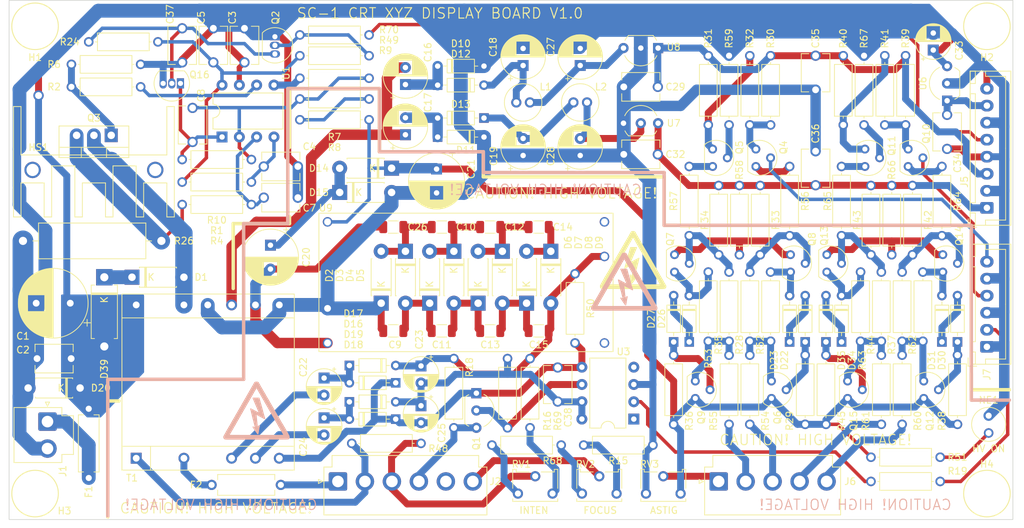
<source format=kicad_pcb>
(kicad_pcb (version 20240108) (generator "pcbnew") (generator_version "8.0")
  (title_block (title "SC-11 CRT XYZ Display Board") (date "2022-08-02") (rev "1.0"))
  (layers (0 "F.Cu" signal) (31 "B.Cu" signal) (34 "B.Paste" user) (35 "F.Paste" user) (36 "B.SilkS" user "B.Silkscreen") (37 "F.SilkS" user "F.Silkscreen") (38 "B.Mask" user) (39 "F.Mask" user) (44 "Edge.Cuts" user))
  (net 0 "")
  (net 1 "Net-(C16-Pad1)")
  (net 2 "GND")
  (net 3 "Net-(C17-Pad2)")
  (net 4 "Net-(C18-Pad1)")
  (net 5 "Net-(C19-Pad2)")
  (net 6 "Net-(C22-Pad1)")
  (net 7 "T_5")
  (net 8 "Net-(C24-Pad1)")
  (net 9 "Net-(C23-Pad2)")
  (net 10 "Net-(D22-Pad1)")
  (net 11 "Net-(D22-Pad2)")
  (net 12 "Net-(D23-Pad1)")
  (net 13 "Net-(D26-Pad1)")
  (net 14 "Net-(D26-Pad2)")
  (net 15 "Net-(D27-Pad2)")
  (net 16 "Net-(D30-Pad1)")
  (net 17 "Net-(D30-Pad2)")
  (net 18 "Net-(D31-Pad1)")
  (net 19 "Net-(D34-Pad1)")
  (net 20 "Net-(D34-Pad2)")
  (net 21 "Net-(D35-Pad2)")
  (net 22 "Net-(D1-Pad1)")
  (net 23 "+12V")
  (net 24 "Net-(Q2-Pad2)")
  (net 25 "Net-(C37-Pad1)")
  (net 26 "Net-(Q3-Pad1)")
  (net 27 "Net-(D1-Pad2)")
  (net 28 "Net-(Q3-Pad3)")
  (net 29 "Net-(C8-Pad1)")
  (net 30 "Net-(C8-Pad2)")
  (net 31 "Net-(C7-Pad1)")
  (net 32 "Net-(C4-Pad1)")
  (net 33 "Net-(R2-Pad1)")
  (net 34 "VREF")
  (net 36 "Net-(R19-Pad1)")
  (net 37 "Net-(Q1-Pad2)")
  (net 38 "+5VD")
  (net 39 "Net-(C28-Pad2)")
  (net 40 "-5VA")
  (net 41 "+5VA")
  (net 42 "Net-(C27-Pad1)")
  (net 43 "Net-(C11-Pad1)")
  (net 44 "Net-(C10-Pad1)")
  (net 45 "Net-(C10-Pad2)")
  (net 46 "Net-(C11-Pad2)")
  (net 47 "Net-(C12-Pad2)")
  (net 48 "Net-(C13-Pad2)")
  (net 49 "Net-(C14-Pad2)")
  (net 50 "Net-(C16-Pad2)")
  (net 51 "Net-(C20-Pad1)")
  (net 52 "Net-(C20-Pad2)")
  (net 53 "+300V")
  (net 54 "T_3")
  (net 55 "T_4")
  (net 56 "Net-(F1-Pad1)")
  (net 57 "CRT_F2")
  (net 58 "CRT_F1")
  (net 59 "Net-(J2-Pad3)")
  (net 61 "Net-(J2-Pad6)")
  (net 62 "PWR_ON")
  (net 63 "/Deflection_Amplifier/ASTIG")
  (net 64 "/Deflection_Amplifier/XN")
  (net 65 "/Deflection_Amplifier/XP")
  (net 66 "/Deflection_Amplifier/YN")
  (net 67 "/Deflection_Amplifier/YP")
  (net 68 "Z_IN")
  (net 69 "Y_IN")
  (net 70 "X_IN")
  (net 71 "Net-(Q4-Pad1)")
  (net 72 "Net-(Q4-Pad3)")
  (net 73 "Net-(Q5-Pad1)")
  (net 74 "Net-(Q5-Pad2)")
  (net 75 "Net-(Q5-Pad3)")
  (net 76 "Net-(Q6-Pad3)")
  (net 77 "Net-(Q7-Pad2)")
  (net 78 "Net-(Q7-Pad3)")
  (net 79 "Net-(Q8-Pad2)")
  (net 80 "Net-(Q9-Pad3)")
  (net 81 "Net-(Q10-Pad1)")
  (net 82 "Net-(Q10-Pad3)")
  (net 83 "Net-(Q11-Pad1)")
  (net 84 "Net-(Q11-Pad2)")
  (net 85 "Net-(Q11-Pad3)")
  (net 86 "Net-(Q12-Pad3)")
  (net 87 "Net-(Q13-Pad2)")
  (net 88 "Net-(Q13-Pad3)")
  (net 89 "Net-(Q14-Pad2)")
  (net 90 "Net-(Q15-Pad3)")
  (net 91 "Net-(R7-Pad2)")
  (net 92 "Net-(R15-Pad2)")
  (net 93 "Net-(NE1-Pad1)")
  (net 94 "Net-(R68-Pad1)")
  (net 95 "Net-(R68-Pad2)")
  (net 96 "Net-(R69-Pad1)")
  (net 97 "Net-(F2-Pad1)")
  (net 103 "Net-(C15-Pad2)")
  (net 104 "Net-(J2-Pad4)")
  (footprint "sc_11:DO-35-H6_8" (layer "F.Cu") (at 117.094 68.072 180)
    (property "Reference" "D13")
    (property "Value" "1N4148")
  )
  (footprint "sc_11:RES-H10_16-D2_5L7_5" (layer "F.Cu") (at 98.552 62.23 180)
    (property "Reference" "R9")
    (property "Value" "2.49K")
  )
  (footprint "sc_11:VM-SC-1" (layer "F.Cu") (at 117.856 92.202)
    (property "Reference" "U9")
    (property "Value" "VOLTAGE_MULTIPLIER")
  )
  (footprint "Capacitor_THT:CP_Radial_D5.0mm_P2.50mm" (layer "F.Cu") (at 97.028 106.236888 -90)
    (property "Reference" "C22")
    (property "Value" "10uF_25V")
  )
  (footprint "sc_11:DO-35-H6_8" (layer "F.Cu") (at 170.688 97.536 90)
    (property "Reference" "D35")
    (property "Value" "1N4148")
  )
  (footprint "sc_11:TO-92C" (layer "F.Cu") (at 172.974 89.408 -90)
    (property "Reference" "Q13")
    (property "Value" "MPSA44")
  )
  (footprint "sc_11:RES-H10_16-D2_5L7_5" (layer "F.Cu") (at 183.388 83.058 -90)
    (property "Reference" "R42")
    (property "Value" "2K")
  )
  (footprint "sc_11:RES-H10_16-D2_5L7_5" (layer "F.Cu") (at 154.94 83.058 -90)
    (property "Reference" "R34")
    (property "Value" "2K")
  )
  (footprint "Capacitor_THT:CP_Radial_D6.3mm_P2.50mm" (layer "F.Cu") (at 108.966 70.52438 90)
    (property "Reference" "C17")
    (property "Value" "10uF_25V")
  )
  (footprint "Connector_JST:JST_XH_B6B-XH-A_1x06_P2.50mm_Vertical" (layer "F.Cu") (at 194.31 101.6508 90)
    (property "Reference" "J7")
    (property "Value" "XH-6")
  )
  (footprint "sc_11:RES-H10_16-D2_5L7_5" (layer "F.Cu") (at 173.228 64.008 90)
    (property "Reference" "R40")
    (property "Value" "5.1K")
  )
  (footprint "Diode_THT:D_DO-41_SOD81_P7.62mm_Horizontal" (layer "F.Cu") (at 105.41 95.25 90)
    (property "Reference" "D2")
    (property "Value" "UF4007")
  )
  (footprint "sc_11:RES-H10_16-D2_5L7_5" (layer "F.Cu") (at 167.64 107.95 90)
    (property "Reference" "R29")
    (property "Value" "220K")
  )
  (footprint "sc_11:C_Rect_L5.5mm_W4.0mm_P5.00mm" (layer "F.Cu") (at 131.318 109.688 90)
    (property "Reference" "C38")
    (property "Value" "0.1uF")
  )
  (footprint "sc_11:RES-H10_16-D2_5L7_5" (layer "F.Cu") (at 181.864 95.758 90)
    (property "Reference" "R37")
    (property "Value" "220K")
  )
  (footprint "Diode_THT:D_DO-41_SOD81_P7.62mm_Horizontal" (layer "F.Cu") (at 116.078 87.63 -90)
    (property "Reference" "D5")
    (property "Value" "UF4007")
  )
  (footprint "Package_TO_SOT_THT:TO-92_Inline_Wide" (layer "F.Cu") (at 140.97 68.834)
    (property "Reference" "U7")
    (property "Value" "LM79L05_TO92")
  )
  (footprint "sc_11:RES-H10_16-D2_5L7_5" (layer "F.Cu") (at 65.024 60.198)
    (property "Reference" "R6")
    (property "Value" "10K")
  )
  (footprint "sc_11:RP-3362S" (layer "F.Cu") (at 128.016 120.65)
    (property "Reference" "RV1")
    (property "Value" "1M")
  )
  (footprint "sc_11:C_Rect_L5.5mm_W4.0mm_P5.00mm" (layer "F.Cu") (at 88.178 79.756)
    (property "Reference" "C7")
    (property "Value" "470pF")
  )
  (footprint "sc_11:RES-H10_16-D2_5L7_5" (layer "F.Cu") (at 148.336 107.95 90)
    (property "Reference" "R36")
    (property "Value" "220K")
  )
  (footprint "Diode_THT:D_DO-41_SOD81_P7.62mm_Horizontal" (layer "F.Cu") (at 130.302 87.63 -90)
    (property "Reference" "D9")
    (property "Value" "UF4007")
  )
  (footprint "sc_11:TO-92C" (layer "F.Cu") (at 176.022 107.95 -90)
    (property "Reference" "Q15")
    (property "Value" "MPSA44")
  )
  (footprint "MountingHole:MountingHole_3.2mm_M3" (layer "F.Cu") (at 194.31 123.19)
    (property "Reference" "H4")
    (property "Value" "MountingHole")
  )
  (footprint "sc_11:TO-92C" (layer "F.Cu") (at 189.992 89.408 -90)
    (property "Reference" "Q14")
    (property "Value" "MPSA44")
  )
  (footprint "sc_11:DO-35-H6_8" (layer "F.Cu") (at 104.14 104.394)
    (property "Reference" "D17")
    (property "Value" "1N4148")
  )
  (footprint "Connector_JST:JST_VH_B6P-VH_1x06_P3.96mm_Vertical" (layer "F.Cu") (at 99.06 121.412)
    (property "Reference" "J2")
    (property "Value" "VH-6")
  )
  (footprint "Capacitor_THT:CP_Radial_D5.0mm_P2.50mm" (layer "F.Cu") (at 186.436 58.101113 90)
    (property "Reference" "C33")
    (property "Value" "10uF_25V")
  )
  (footprint "sc_11:DO-35-H6_8" (layer "F.Cu") (at 165.354 97.536 90)
    (property "Reference" "D23")
    (property "Value" "1N4148")
  )
  (footprint "sc_11:TO-92C" (layer "F.Cu") (at 178.562 73.914 -90)
    (property "Reference" "Q11")
    (property "Value" "MPSA56")
  )
  (footprint "Capacitor_SMD:C_1206_3216Metric" (layer "F.Cu") (at 114.3 84.074)
    (property "Reference" "C10")
    (property "Value" "22nF")
  )
  (footprint "sc_11:RES-H10_16-D2_5L7_5" (layer "F.Cu") (at 187.706 80.264 90)
    (property "Reference" "R64")
    (property "Value" "100R")
  )
  (footprint "sc_11:RES-H10_16-D2_5L7_5" (layer "F.Cu") (at 184.912 95.758 90)
    (property "Reference" "R62")
    (property "Value" "1K")
  )
  (footprint "sc_11:RES-H10_16-D2_5L7_5" (layer "F.Cu") (at 180.34 83.058 90)
    (property "Reference" "R66")
    (property "Value" "1K")
  )
  (footprint "sc_11:RES-H10_16-D2_5L7_5" (layer "F.Cu") (at 172.974 80.264 90)
    (property "Reference" "R65")
    (property "Value" "100R")
  )
  (footprint "MountingHole:MountingHole_3.2mm_M3" (layer "F.Cu") (at 194.31 54.61)
    (property "Reference" "H2")
    (property "Value" "MountingHole")
  )
  (footprint "sc_11:C_Rect_L5.5mm_W4.0mm_P5.00mm" (layer "F.Cu") (at 146.01 63.5 180)
    (property "Reference" "C29")
    (property "Value" "0.1uF")
  )
  (footprint "sc_11:RES-H10_16-D2_5L7_5" (layer "F.Cu") (at 133.858 96.012 -90)
    (property "Reference" "R50")
    (property "Value" "100K")
  )
  (footprint "sc_11:RES-H10_16-D2_5L7_5" (layer "F.Cu") (at 181.864 107.95 90)
    (property "Reference" "R60")
    (property "Value" "100R")
  )
  (footprint "sc_11:RES-H10_16-D2_5L7_5" (layer "F.Cu") (at 182.372 64.008 90)
    (property "Reference" "R39")
    (property "Value" "5.1K")
  )
  (footprint "sc_11:L_Radial_D5.5mm_P2.00mm" (layer "F.Cu") (at 134.62 65.786)
    (property "Reference" "L2")
    (property "Value" "100uH")
  )
  (footprint "Capacitor_THT:CP_Radial_D6.3mm_P2.50mm" (layer "F.Cu") (at 108.966 63.15838 90)
    (property "Reference" "C16")
    (property "Value" "10uF_25V")
  )
  (footprint "sc_11:RES-H10_16-D2_5L7_5" (layer "F.Cu") (at 150.622 80.264 90)
    (property "Reference" "R57")
    (property "Value" "100R")
  )
  (footprint "Diode_THT:D_DO-41_SOD81_P7.62mm_Horizontal" (layer "F.Cu") (at 123.19 87.63 -90)
    (property "Reference" "D7")
    (property "Value" "UF4007")
  )
  (footprint "sc_11:RES-H10_16-D2_5L7_5" (layer "F.Cu") (at 182.372 117.856)
    (property "Reference" "R51")
    (property "Value" "1M")
  )
  (footprint "sc_11:RES-H10_16-D2_5L7_5" (layer "F.Cu") (at 98.552 65.278)
    (property "Reference" "R7")
    (property "Value" "150K")
  )
  (footprint "sc_11:NL_D5.0mm" (layer "F.Cu") (at 194.564 114.3 90)
    (property "Reference" "NE1")
    (property "Value" "Lamp_Neon")
  )
  (footprint "sc_11:DO-35-H6_8" (layer "F.Cu") (at 189.992 97.536 90)
    (property "Reference" "D30")
    (property "Value" "1N4148")
  )
  (footprint "Diode_THT:D_DO-41_SOD81_P7.62mm_Horizontal" (layer "F.Cu") (at 61.214 107.696 180)
    (property "Reference" "D20")
    (property "Value" "UF4007")
  )
  (footprint "Capacitor_SMD:C_1206_3216Metric" (layer "F.Cu") (at 128.524 99.314)
    (property "Reference" "C15")
    (property "Value" "22nF")
  )
  (footprint "sc_11:RES-H10_16-D2_5L7_5" (layer "F.Cu") (at 178.816 107.95 90)
    (property "Reference" "R61")
    (property "Value" "100R")
  )
  (footprint "sc_11:RES-H10_16-D2_5L7_5" (layer "F.Cu") (at 175.768 95.758 90)
    (property "Reference" "R63")
    (property "Value" "1K")
  )
  (footprint "Connector_JST:JST_XH_B8B-XH-A_1x08_P2.50mm_Vertical" (layer "F.Cu") (at 194.31 81.2546 90)
    (property "Reference" "J5")
    (property "Value" "XH-8")
  )
  (footprint "sc_11:TO-92C" (layer "F.Cu") (at 153.67 107.95 -90)
    (property "Reference" "Q9")
    (property "Value" "MPSA44")
  )
  (footprint "sc_11:RES-H10_16-D2_5L7_5" (layer "F.Cu") (at 67.564 56.896 180)
    (property "Reference" "R24")
    (property "Value" "100K")
  )
  (footprint "sc_11:RES-H10_16-D2_5L7_5" (layer "F.Cu") (at 159.512 64.008 90)
    (property "Reference" "R32")
    (property "Value" "5.1K")
  )
  (footprint "sc_11:TO-92L_Inline_Wide_MPSA06" (layer "F.Cu") (at 119.38 108.458 -90)
    (property "Reference" "Q1")
    (property "Value" "MPSA06")
  )
  (footprint "sc_11:DO-35-H6_8" (layer "F.Cu") (at 167.64 97.536 90)
    (property "Reference" "D22")
    (property "Value" "1N4148")
  )
  (footprint "sc_11:RES-H10_16-D2_5L7_5" (layer "F.Cu") (at 81.28 77.47)
    (property "Reference" "R1")
    (property "Value" "7.5K")
  )
  (footprint "Diode_THT:D_DO-41_SOD81_P7.62mm_Horizontal" (layer "F.Cu") (at 108.966 87.63 -90)
    (property "Reference" "D3")
    (property "Value" "UF4007")
  )
  (footprint "sc_11:DO-35-H6_8" (layer "F.Cu") (at 117.094 60.452 180)
    (property "Reference" "D10")
    (property "Value" "1N4148")
  )
  (footprint "sc_11:C_Rect_L5.5mm_W4.0mm_P5.00mm" (layer "F.Cu") (at 59.904 103.378 180)
    (property "Reference" "C2")
    (property "Value" "0.1uF")
  )
  (footprint "sc_11:DO-35-H6_8" (layer "F.Cu") (at 117.094 70.866)
    (property "Reference" "D11")
    (property "Value" "1N4148")
  )
  (footprint "sc_11:RES-H10_16-D2_5L7_5" (layer "F.Cu") (at 156.464 95.758 90)
    (property "Reference" "R35")
    (property "Value" "220K")
  )
  (footprint "sc_11:RES-H10_16-D2_5L7_5" (layer "F.Cu") (at 81.28 74.168)
    (property "Reference" "R10")
    (property "Value" "100K")
  )
  (footprint "Diode_THT:D_DO-41_SOD81_P7.62mm_Horizontal" (layer "F.Cu") (at 106.934 75.438 180)
    (property "Reference" "D15")
    (property "Value" "UF4007")
  )
  (footprint "sc_11:DO-35-H6_8" (layer "F.Cu") (at 117.094 63.246)
    (property "Reference" "D12")
    (property "Value" "1N4148")
  )
  (footprint "sc_11:RES-H10_16-D2_5L7_5" (layer "F.Cu") (at 127.254 108.458 90)
    (property "Reference" "R69")
    (property "Value" "10K")
  )
  (footprint "sc_11:C_Rect_L5.5mm_W4.0mm_P5.00mm" (layer "F.Cu") (at 80.772 59.904 90)
    (property "Reference" "C5")
    (property "Value" "1uF")
  )
  (footprint "sc_11:TO-92C" (layer "F.Cu") (at 187.198 107.95 -90)
    (property "Reference" "Q12")
    (property "Value" "MPSA44")
  )
  (footprint "Capacitor_THT:CP_Radial_D8.0mm_P3.50mm" (layer "F.Cu") (at 113.538 75.563349 -90)
    (property "Reference" "C21")
    (property "Value" "2.2uF_400V")
  )
  (footprint "sc_11:L_Radial_D5.5mm_P2.00mm" (layer "F.Cu") (at 126.238 65.786)
    (property "Reference" "L1")
    (property "Value" "100uH")
  )
  (footprint "sc_11:TO-92C" (layer "F.Cu") (at 167.64 89.408 -90)
    (property "Reference" "Q8")
    (property "Value" "MPSA44")
  )
  (footprint "sc_11:RES-H10_16-D2_5L7_5" (layer "F.Cu") (at 116.078 108.458 -90)
    (property "Reference" "R18")
    (property "Value" "5.1K")
  )
  (footprint "sc_11:DO-35-H6_8" (layer "F.Cu") (at 104.14 112.268 180)
    (property "Reference" "D18")
    (property "Value" "1N4148")
  )
  (footprint "sc_11:TO-92C" (layer "F.Cu") (at 184.912 73.914 -90)
    (property "Reference" "Q10")
    (property "Value" "MPSA56")
  )
  (footprint "Diode_THT:D_DO-41_SOD81_P7.62mm_Horizontal" (layer "F.Cu") (at 126.746 95.25 90)
    (property "Reference" "D8")
    (property "Value" "UF4007")
  )
  (footprint "sc_11:RES-H10_16-D2_5L7_5" (layer "F.Cu") (at 176.276 64.008 90)
    (property "Reference" "R67")
    (property "Value" "100R")
  )
  (footprint "Capacitor_THT:CP_Radial_D8.0mm_P3.50mm" (layer "F.Cu") (at 89.154 86.739349 -90)
    (property "Reference" "C20")
    (property "Value" "2.2uF_400V")
  )
  (footprint "sc_11:RES-H10_16-D2_5L7_5" (layer "F.Cu") (at 189.992 107.95 90)
    (property "Reference" "R38")
    (property "Value" "220K")
  )
  (footprint "Package_DIP:DIP-8_W7.62mm" (layer "F.Cu") (at 82.052 70.856 90)
    (property "Reference" "U1")
    (property "Value" "UC3843_DIP8")
  )
  (footprint "sc_11:DO-35-H6_8" (layer "F.Cu") (at 104.14 109.728)
    (property "Reference" "D19")
    (property "Value" "1N4148")
  )
  (footprint "sc_11:C_Rect_L5.5mm_W4.0mm_P5.00mm" (layer "F.Cu") (at 188.468 67.604 -90)
    (property "Reference" "C34")
    (property "Value" "0.1uF")
  )
  (footprint "Capacitor_THT:CP_Radial_D6.3mm_P2.50mm" (layer "F.Cu") (at 126.238 60.36438 90)
    (property "Reference" "C18")
    (property "Value" "10uF_25V")
  )
  (footprint "Capacitor_THT:CP_Radial_D5.0mm_P2.50mm" (layer "F.Cu") (at 111.252 104.458888 -90)
    (property "Reference" "C23")
    (property "Value" "1uF_50V")
  )
  (footprint "Diode_THT:D_DO-41_SOD81_P7.62mm_Horizontal" (layer "F.Cu") (at 112.522 95.25 90)
    (property "Reference" "D4")
    (property "Value" "UF4007")
  )
  (footprint "sc_11:RES-H10_16-D2_5L7_5" (layer "F.Cu") (at 98.552 58.928)
    (property "Reference" "R49")
    (property "Value" "100K")
  )
  (footprint "Package_TO_SOT_THT:TO-220-3_Vertical" (layer "F.Cu") (at 65.786 70.612 180)
    (property "Reference" "Q3")
    (property "Value" "IRF540N")
  )
  (footprint "sc_11:RES-H10_16-D2_5L7_5" (layer "F.Cu") (at 162.56 64.008 90)
    (property "Reference" "R30")
    (property "Value" "5.1K")
  )
  (footprint "Capacitor_SMD:C_1206_3216Metric" (layer "F.Cu") (at 107.188 84.074)
    (property "Reference" "C26")
    (property "Value" "22nF")
  )
  (footprint "Diode_THT:D_DO-15_P10.16mm_Horizontal" (layer "F.Cu") (at 64.77 91.44 -90)
    (property "Reference" "D39")
    (property "Value" "P6KE18A")
  )
  (footprint "sc_11:RES-H10_16-D2_5L7_5" (layer "F.Cu") (at 165.354 80.264 90)
    (property "Reference" "R56")
    (property "Value" "100R")
  )
  (footprint "sc_11:DO-35-H6_8" (layer "F.Cu") (at 104.14 106.934 180)
    (property "Reference" "D16")
    (property "Value" "1N4148")
  )
  (footprint "MountingHole:MountingHole_3.2mm_M3" (layer "F.Cu") (at 54.61 54.61)
    (property "Reference" "H1")
    (property "Value" "MountingHole")
  )
  (footprint "Package_TO_SOT_THT:TO-92_Inline" (layer "F.Cu") (at 89.81 56.134 -90)
    (property "Reference" "Q2")
    (property "Value" "2N3904")
  )
  (footprint "Capacitor_THT:CP_Radial_D6.3mm_P2.50mm" (layer "F.Cu") (at 134.62 73.57238 90)
    (property "Reference" "C28")
    (property "Value" "100uF_25V")
  )
  (footprint "Diode_THT:D_DO-41_SOD81_P7.62mm_Horizontal" (layer "F.Cu") (at 99.314 78.994)
    (property "Reference" "D14")
    (property "Value" "UF4007")
  )
  (footprint "sc_11:RES-H10_16-D2_5L7_5" (layer "F.Cu") (at 178.816 95.758 90)
    (property "Reference" "R44")
    (property "Value" "220K")
  )
  (footprint "sc_11:TO-92C" (layer "F.Cu") (at 156.21 73.914 -90)
    (property "Reference" "Q5")
    (property "Value" "MPSA56")
  )
  (footprint "Capacitor_SMD:C_1206_3216Metric" (layer "F.Cu") (at 121.412 84.074)
    (property "Reference" "C12")
    (property "Value" "22nF")
  )
  (footprint "sc_11:DO-35-H6_8" (layer "F.Cu") (at 150.622 97.536 90)
    (property "Reference" "D26")
    (property "Value" "1N4148")
  )
  (footprint "Package_TO_SOT_THT:TO-92_Inline_Wide" (layer "F.Cu") (at 188.468 65.532 90)
    (property "Reference" "U6")
    (property "Value" "LM78L05_TO92")
  )
  (footprint "sc_11:high_voltage" (layer "F.Cu") (at 142.367 88.9)
    (property "Reference" "G***" (hide yes))
    (property "Value" "LOGO" (hide yes))
  )
  (footprint "Package_DIP:DIP-8_W7.62mm" (layer "F.Cu") (at 142.484 112.258 180)
    (property "Reference" "U3")
    (property "Value" "6N137")
  )
  (footprint "sc_11:RES-H10_16-D2_5L7_5" (layer "F.Cu") (at 179.324 64.008 90)
    (property "Reference" "R41")
    (property "Value" "5.1K")
  )
  (footprint "Capacitor_SMD:C_1206_3216Metric" (layer "F.Cu") (at 128.524 84.074)
    (property "Reference" "C14")
    (property "Value" "22nF")
  )
  (footprint "sc_11:RES-H10_16-D2_5L7_5" (layer "F.Cu") (at 98.552 68.326)
    (property "Reference" "R8")
    (property "Value" "150K")
  )
  (footprint "sc_11:C_Rect_L5.5mm_W4.0mm_P5.00mm" (layer "F.Cu") (at 169.164 72.938 -90)
    (property "Reference" "C36")
    (property "Value" "0.1uF")
  )
  (footprint "sc_11:RES-H10_16-D2_5L7_5" (layer "F.Cu") (at 177.292 83.058 -90)
    (property "Reference" "R43")
    (property "Value" "2K")
  )
  (footprint "sc_11:RES-H10_16-D2_5L7_5" (layer "F.Cu") (at 162.56 95.758 90)
    (property "Reference" "R52")
    (property "Value" "1K")
  )
  (footprint "Connector_JST:JST_VH_B2P-VH_1x02_P3.96mm_Vertical" (layer "F.Cu") (at 56.43 112.626 -90)
    (property "Reference" "J1")
    (property "Value" "VH-2")
  )
  (footprint "sc_11:RES-H10_16-D2_5L7_5" (layer "F.Cu") (at 153.416 95.758 90)
    (property "Reference" "R53")
    (property "Value" "1K")
  )
  (footprint "sc_11:RES-H10_16-D2_5L7_5" (layer "F.Cu") (at 98.552 55.88 180)
    (property "Reference" "R70")
    (property "Value" "10K")
  )
  (footprint "sc_11:RES-H10_16-D2_5L7_5" (layer "F.Cu") (at 126.746 116.078 180)
    (property "Reference" "R68")
    (property "Value" "10K")
  )
  (footprint "Capacitor_SMD:C_1206_3216Metric" (layer "F.Cu") (at 114.3 99.314)
    (property "Reference" "C11")
    (property "Value" "22nF")
  )
  (footprint "sc_11:RES-H10_16-D2_5L7_5" (layer "F.Cu") (at 156.464 107.95 90)
    (property "Reference" "R55")
    (property "Value" "100R")
  )
  (footprint "sc_11:RES-H10_16-D2_5L7_5" (layer "F.Cu") (at 161.036 83.058 -90)
    (property "Reference" "R33")
    (property "Value" "2K")
  )
  (footprint "sc_11:FUSE_D3.0mm_L8.3mm_P10.16mm" (layer "F.Cu") (at 62.484 120.904 90)
    (property "Reference" "F1")
    (property "Value" "F2A")
  )
  (footprint "sc_11:RES-H10_16-D2_5L7_5" (layer "F.Cu") (at 170.688 107.95 90)
    (property "Reference" "R45")
    (property "Value" "220K")
  )
  (footprint "sc_11:RES-H10_16-D2_5L7_5" (layer "F.Cu") (at 156.464 64.008 90)
    (property "Reference" "R59")
    (property "Value" "100R")
  )
  (footprint "Diode_THT:D_DO-41_SOD81_P7.62mm_Horizontal" (layer "F.Cu") (at 68.834 91.44)
    (property "Reference" "D1")
    (property "Value" "UF4007")
  )
  (footprint "sc_11:TO-92C" (layer "F.Cu") (at 162.56 73.914 -90)
    (property "Reference" "Q4")
    (property "Value" "MPSA56")
  )
  (footprint "sc_11:C_Rect_L5.5mm_W4.0mm_P5.00mm" (layer "F.Cu") (at 85.344 59.904 90)
    (property "Reference" "C3")
    (property "Value" "0.1uF")
  )
  (footprint "sc_11:RES-H10_16-D2_5L7_5" (layer "F.Cu") (at 123.952 108.458 -90)
    (property "Reference" "R16")
    (property "Value" "5.1K")
  )
  (footprint "Capacitor_THT:CP_Radial_D6.3mm_P2.50mm" (layer "F.Cu") (at 134.62 60.36438 90)
    (property "Reference" "C27")
    (property "Value" "100uF_25V")
  )
  (footprint "sc_11:C_Rect_L5.5mm_W4.0mm_P5.00mm" (layer "F.Cu") (at 76.2 54.904 -90)
    (property "Reference" "C37")
    (property "Value" "1uF")
  )
  (footprint "sc_11:DO-35-H6_8" (layer "F.Cu") (at 148.336 97.536 90)
    (property "Reference" "D27")
    (property "Value" "1N4148")
  )
  (footprint "Resistor_THT:R_Axial_DIN0516_L15.5mm_D5.0mm_P20.32mm_Horizontal" (layer "F.Cu") (at 73.152 86.106 180)
    (property "Reference" "R26")
    (property "Value" "0.1R")
  )
  (footprint "sc_11:RES-H10_16-D2_5L7_5" (layer "F.Cu") (at 159.512 95.758 90)
    (property "Reference" "R28")
    (property "Value" "220K")
  )
  (footprint "sc_11:HS2-23_5X16X25" (layer "F.Cu") (at 63.246 75.692)
    (property "Reference" "HS1")
    (property "Value" "Heatsink_Pad_2Pin")
  )
  (footprint "sc_11:RP-3362S" (layer "F.Cu") (at 146.812 120.65)
    (property "Reference" "RV3")
    (property "Value" "1M")
  )
  (footprint "sc_11:C_Rect_L5.5mm_W4.0mm_P5.00mm" (layer "F.Cu") (at 169.164 58.928 -90)
    (property "Reference" "C35")
    (property "Value" "0.1uF")
  )
  (footprint "sc_11:C_Rect_L5.5mm_W4.0mm_P5.00mm" (layer "F.Cu") (at 141.01 73.406)
    (property "Reference" "C32")
    (property "Value" "1uF")
  )
  (footprint "sc_11:TO-92C" (layer "F.Cu") (at 150.622 89.408 -90)
    (property "Reference" "Q7")
    (property "Value" "MPSA44")
  )
  (footprint "Capacitor_THT:CP_Radial_D6.3mm_P2.50mm" (layer "F.Cu") (at 126.238 73.57238 90)
    (property "Reference" "C19")
    (property "Value" "10uF_25V")
  )
  (footprint "Capacitor_THT:CP_Radial_D10.0mm_P5.00mm" (layer "F.Cu") (at 59.771677 95.25 180)
    (property "Reference" "C1")
    (property "Value" "1000uF_25V")
  )
  (footprint "sc_11:C_Rect_L5.5mm_W4.0mm_P5.00mm" (layer "F.Cu") (at 77.724 71.588 90)
    (property "Reference" "C8")
    (property "Value" "100pF")
  )
  (footprint "Capacitor_SMD:C_1206_3216Metric" (layer "F.Cu") (at 107.188 99.314)
    (property "Reference" "C9")
    (property "Value" "22nF")
  )
  (footprint "sc_11:T-SC-1" (layer "F.Cu") (at 69.454 118.004 90)
    (property "Reference" "T1")
    (property "Value" "T-SC-1")
  )
  (footprint "sc_11:RP-3362S" (layer "F.Cu") (at 137.414 120.65)
    (property "Reference" "RV2")
    (property "Value" "2M")
  )
  (footprint "MountingHole:MountingHole_3.2mm_M3" (layer "F.Cu") (at 54.61 123.19)
    (property "Reference" "H3")
    (property "Value" "MountingHole")
  )
  (footprint "Capacitor_THT:CP_Radial_D5.0mm_P2.50mm" (layer "F.Cu") (at 111.252 110.300888 -90)
    (property "Reference" "C25")
    (property "Value" "1uF_50V")
  )
  (footprint "sc_11:RES-H10_16-D2_5L7_5" (layer "F.Cu") (at 182.372 121.412)
    (property "Reference" "R19")
    (property "Value" "330R")
  )
  (footprint "Capacitor_THT:CP_Radial_D5.0mm_P2.50mm" (layer "F.Cu") (at 97.028 112.078888 -90)
    (property "Reference" "C24")
    (property "Value" "10uF_25V")
  )
  (footprint "sc_11:TO-92C" (layer "F.Cu") (at 164.846 107.95 -90)
    (property "Reference" "Q6")
    (property "Value" "MPSA44")
  )
  (footprint "sc_11:RES-H10_16-D2_5L7_5" (layer "F.Cu") (at 157.988 83.058 90)
    (property "Reference" "R58")
    (property "Value" "1K")
  )
  (footprint "sc_11:RES-H10_16-D2_5L7_5" (layer "F.Cu") (at 159.512 107.95 90)
    (property "Reference" "R54")
    (property "Value" "100R")
  )
  (footprint "sc_11:RES-H10_16-D2_5L7_5" (layer "F.Cu") (at 140.208 116.078 180)
    (property "Reference" "R15")
    (property "Value" "5.1M")
  )
  (footprint "Connector_JST:JST_VH_B5P-VH_1x05_P3.96mm_Vertical" (layer "F.Cu") (at 154.94 121.412)
    (property "Reference" "J6")
    (property "Value" "VH-5")
  )
  (footprint "sc_11:FUSE_D3.0mm_L8.3mm_P10.16mm" (layer "F.Cu") (at 80.518 121.92)
    (property "Reference" "F2")
    (property "Value" "F1A")
  )
  (footprint "sc_11:DO-35-H6_8" (layer "F.Cu") (at 187.706 97.536 90)
    (property "Reference" "D31")
    (property "Value" "1N4148")
  )
  (footprint "Capacitor_SMD:C_1206_3216Metric" (layer "F.Cu") (at 121.412 99.314)
    (property "Reference" "C13")
    (property "Value" "22nF")
  )
  (footprint "Package_TO_SOT_THT:TO-92_Inline_Wide" (layer "F.Cu") (at 146.05 57.806 180)
    (property "Reference" "U8")
    (property "Value" "LM78L05_TO92")
  )
  (footprint "sc_11:RES-H10_16-D2_5L7_5" (layer "F.Cu") (at 106.172 115.824 180)
    (property "Reference" "R48")
    (property "Value" "100K")
  )
  (footprint "sc_11:C_Rect_L5.5mm_W4.0mm_P5.00mm" (layer "F.Cu") (at 88.178 75.184)
    (property "Reference" "C4")
    (property "Value" "2.2nF")
  )
  (footprint "Diode_THT:D_DO-41_SOD81_P7.62mm_Horizontal" (layer "F.Cu") (at 119.634 95.25 90)
    (property "Reference" "D6")
    (property "Value" "UF4007")
  )
  (footprint "sc_11:DO-35-H6_8" (layer "F.Cu") (at 172.974 97.536 90)
    (property "Reference" "D34")
    (property "Value" "1N4148")
  )
  (footprint "sc_11:RES-H10_16-D2_5L7_5" (layer "F.Cu") (at 65.024 63.5 180)
    (property "Reference" "R2")
    (property "Value" "10R")
  )
  (footprint "Package_TO_SOT_THT:TO-92_Inline" (layer "F.Cu") (at 75.946 62.992 180)
    (property "Reference" "Q16")
    (property "Value" "2N3906")
  )
  (footprint "sc_11:RES-H10_16-D2_5L7_5" (layer "F.Cu") (at 153.416 64.008 90)
    (property "Reference" "R31")
    (property "Value" "5.1K")
  )
  (footprint "sc_11:RES-H10_16-D2_5L7_5" (layer "F.Cu") (at 81.28 80.772 180)
    (property "Reference" "R4")
    (property "Value" "3.3K")
  )
  (footprint "sc_11:high_voltage" (layer "B.Cu") (at 87.122 110.998 180)
    (property "Reference" "G***" (hide yes))
    (property "Value" "LOGO" (hide yes))
  )
  (footprint "sc_11:high_voltage" (layer "B.Cu") (at 141.097 92.075 180)
    (property "Reference" "G***" (hide yes))
    (property "Value" "LOGO" (hide yes))
  )
  (gr_line (start 91.694 63.754) (end 105.156 63.754) (stroke (width 0.508)) (layer "B.SilkS"))
  (gr_line (start 146.939 76.073) (end 146.939 83.82) (stroke (width 0.508)) (layer "B.SilkS"))
  (gr_line (start 85.217 106.426) (end 85.217 83.566) (stroke (width 0.508)) (layer "B.SilkS"))
  (gr_line (start 192.151 109.474) (end 197.612 109.474) (stroke (width 0.508)) (layer "B.SilkS"))
  (gr_line (start 192.024 83.947) (end 192.024 109.474) (stroke (width 0.508)) (layer "B.SilkS"))
  (gr_line (start 120.396 73.025) (end 120.396 76.073) (stroke (width 0.508)) (layer "B.SilkS"))
  (gr_line (start 105.156 63.754) (end 105.156 73.025) (stroke (width 0.508)) (layer "B.SilkS"))
  (gr_line (start 91.694 83.566) (end 91.694 63.754) (stroke (width 0.508)) (layer "B.SilkS"))
  (gr_line (start 65.278 106.426) (end 85.217 106.426) (stroke (width 0.508)) (layer "B.SilkS"))
  (gr_line (start 120.396 76.073) (end 146.939 76.073) (stroke (width 0.508)) (layer "B.SilkS"))
  (gr_line (start 65.278 126.492) (end 65.278 106.426) (stroke (width 0.508)) (layer "B.SilkS"))
  (gr_line (start 85.217 83.566) (end 91.694 83.566) (stroke (width 0.508)) (layer "B.SilkS"))
  (gr_line (start 146.939 83.82) (end 192.024 83.82) (stroke (width 0.508)) (layer "B.SilkS"))
  (gr_line (start 105.156 73.025) (end 120.396 73.025) (stroke (width 0.508)) (layer "B.SilkS"))
  (gr_line (start 192.024 105.537) (end 192.024 107.95) (stroke (width 0.508)) (layer "F.SilkS"))
  (gr_line (start 105.156 63.754) (end 102.87 63.754) (stroke (width 0.508)) (layer "F.SilkS"))
  (gr_circle (center 194.31 54.61) (end 196.85 56.896) (stroke (width 0.15)) (fill none) (layer "F.SilkS"))
  (gr_line (start 120.396 73.025) (end 120.396 76.708) (stroke (width 0.508)) (layer "F.SilkS"))
  (gr_line (start 65.278 109.601) (end 66.929 109.601) (stroke (width 0.508)) (layer "F.SilkS"))
  (gr_circle (center 194.31 123.19) (end 196.596 125.73) (stroke (width 0.15)) (fill none) (layer "F.SilkS"))
  (gr_line (start 146.939 83.82) (end 148.717 83.82) (stroke (width 0.508)) (layer "F.SilkS"))
  (gr_line (start 91.948 63.754) (end 94.107 63.754) (stroke (width 0.508)) (layer "F.SilkS"))
  (gr_line (start 91.948 72.39) (end 91.948 63.754) (stroke (width 0.508)) (layer "F.SilkS"))
  (gr_circle (center 54.61 123.19) (end 56.896 125.73) (stroke (width 0.15)) (fill none) (layer "F.SilkS"))
  (gr_line (start 65.278 126.619) (end 65.278 109.601) (stroke (width 0.508)) (layer "F.SilkS"))
  (gr_line (start 192.024 107.95) (end 197.612 107.95) (stroke (width 0.508)) (layer "F.SilkS"))
  (gr_line (start 83.693 93.091) (end 83.693 83.566) (stroke (width 0.508)) (layer "F.SilkS"))
  (gr_line (start 119.634 73.025) (end 120.396 73.025) (stroke (width 0.508)) (layer "F.SilkS"))
  (gr_line (start 146.939 76.708) (end 146.939 83.82) (stroke (width 0.508)) (layer "F.SilkS"))
  (gr_circle (center 54.61 54.61) (end 57.15 56.896) (stroke (width 0.15)) (fill none) (layer "F.SilkS"))
  (gr_line (start 105.156 73.025) (end 111.379 73.025) (stroke (width 0.508)) (layer "F.SilkS"))
  (gr_line (start 105.156 63.754) (end 105.156 73.025) (stroke (width 0.508)) (layer "F.SilkS"))
  (gr_line (start 120.396 76.708) (end 146.939 76.708) (stroke (width 0.508)) (layer "F.SilkS"))
  (gr_line (start 91.948 83.566) (end 91.948 82.55) (stroke (width 0.508)) (layer "F.SilkS"))
  (gr_line (start 83.693 83.566) (end 91.948 83.566) (stroke (width 0.508)) (layer "F.SilkS"))
  (gr_rect (start 50.8 50.8) (end 198.12 127) (stroke (width 0.1)) (fill none) (layer "Edge.Cuts"))
  (gr_text "CAUTION! HIGH VOLTAGE!" (at 189.23 125.73 0) (layer "B.SilkS") (effects (font (size 1.524 1.524) (thickness 0.1524)) (justify left bottom mirror)))
  (gr_text "CAUTION! HIGH VOLTAGE!" (at 96.139 125.73 0) (layer "B.SilkS") (effects (font (size 1.524 1.524) (thickness 0.1524)) (justify left bottom mirror)))
  (gr_text "CAUTION! HIGH VOLTAGE!" (at 143.764 79.502 0) (layer "B.SilkS") (effects (font (size 1.524 1.524) (thickness 0.1524)) (justify left bottom mirror)))
  (gr_text "SC-1 CRT XYZ DISPLAY BOARD V1.0" (at 114.046 52.705 0) (layer "F.SilkS") (effects (font (size 1.524 1.524) (thickness 0.1524))))
  (gr_text "HV ON" (at 194.564 116.586 0) (layer "F.SilkS") (effects (font (size 1.016 1.016))))
  (gr_text "INTEN" (at 125.603 126.238 0) (layer "F.SilkS") (effects (font (size 1 1)) (justify left bottom)))
  (gr_text "CAUTION! HIGH VOLTAGE!" (at 131.826 79.121 0) (layer "F.SilkS") (effects (font (size 1.524 1.524))))
  (gr_text "CAUTION! HIGH VOLTAGE!" (at 81.153 125.349 0) (layer "F.SilkS") (effects (font (size 1.524 1.524))))
  (gr_text "ASTIG" (at 144.78 126.238 0) (layer "F.SilkS") (effects (font (size 1 1)) (justify left bottom)))
  (gr_text "CAUTION! HIGH VOLTAGE!" (at 169.164 115.316 0) (layer "F.SilkS") (effects (font (size 1.524 1.524))))
  (gr_text "FOCUS" (at 135.001 126.238 0) (layer "F.SilkS") (effects (font (size 1 1)) (justify left bottom)))
  (segment (start 113.694 63.246) (end 113.694 60.452) (width 1.524) (layer "B.Cu") (net 1))
  (segment (start 113.60638 63.15838) (end 113.694 63.246) (width 1.524) (layer "B.Cu") (net 1))
  (segment (start 108.966 63.15838) (end 113.60638 63.15838) (width 1.524) (layer "B.Cu") (net 1))
  (segment (start 105.41 99.011) (end 105.41 95.25) (width 1.016) (layer "F.Cu") (net 2))
  (segment (start 90.678 56.134) (end 91.694 57.15) (width 1.016) (layer "F.Cu") (net 2))
  (segment (start 91.694 63.236) (end 91.694 73.7) (width 1.016) (layer "F.Cu") (net 2))
  (segment (start 91.694 57.15) (end 91.694 63.236) (width 1.016) (layer "F.Cu") (net 2))
  (segment (start 91.694 63.236) (end 89.672 63.236) (width 1.016) (layer "F.Cu") (net 2))
  (segment (start 190.5235 72.604) (end 191.6995 73.78) (width 1.016) (layer "F.Cu") (net 2))
  (segment (start 105.713 99.314) (end 105.41 99.011) (width 1.016) (layer "F.Cu") (net 2))
  (segment (start 76.2 59.476) (end 80.772 54.904) (width 1.016) (layer "F.Cu") (net 2))
  (segment (start 89.81 56.134) (end 90.678 56.134) (width 1.016) (layer "F.Cu") (net 2))
  (segment (start 188.468 72.604) (end 190.5235 72.604) (width 1.016) (layer "F.Cu") (net 2))
  (segment (start 191.6995 73.78) (end 194.31 73.78) (width 1.016) (layer "F.Cu") (net 2))
  (segment (start 76.2 59.904) (end 76.2 59.476) (width 1.016) (layer "F.Cu") (net 2))
  (segment (start 91.694 73.7) (end 93.178 75.184) (width 1.016) (layer "F.Cu") (net 2))
  (segment (start 90.454 96.744) (end 90.454 95.504) (width 2.032) (layer "B.Cu") (net 2))
  (segment (start 52.324 72.39) (end 52.084489 72.629511) (width 1.524) (layer "B.Cu") (net 2))
  (segment (start 194.3608 96.6508) (end 196.7192 96.6508) (width 1.524) (layer "B.Cu") (net 2))
  (segment (start 82.042 98.806) (end 88.392 98.806) (width 2.032) (layer "B.Cu") (net 2))
  (segment (start 194.3354 68.7546) (end 196.2626 68.7546) (width 1.524) (layer "B.Cu") (net 2))
  (segment (start 186.436 55.601113) (end 183.158887 52.324) (width 2.032) (layer "B.Cu") (net 2))
  (segment (start 97.536 90.17) (end 106.934 80.772) (width 2.032) (layer "B.Cu") (net 2))
  (segment (start 97.536 96.012) (end 104.648 96.012) (width 2.032) (layer "B.Cu") (net 2))
  (segment (start 70.104 60.198) (end 73.66 60.198) (width 1.016) (layer "B.Cu") (net 2))
  (segment (start 196.85 63.246) (end 193.548 59.944) (width 1.524) (layer "B.Cu") (net 2))
  (segment (start 126.238 57.86438) (end 123.08162 57.86438) (width 1.524) (layer "B.Cu") (net 2))
  (segment (start 172.974 55.626) (end 159.766 55.626) (width 1.524) (layer "B.Cu") (net 2))
  (segment (start 120.494 70.866) (end 118.872 70.866) (width 2.032) (layer "B.Cu") (net 2))
  (segment (start 51.942517 72.771483) (end 51.942517 78.105) (width 1.2446) (layer "B.Cu") (net 2))
  (segment (start 152.908 55.372) (end 156.464 58.928) (width 1.524) (layer "B.Cu") (net 2))
  (segment (start 145.288 106.172) (end 145.288 107.188) (width 1.016) (layer "B.Cu") (net 2))
  (segment (start 143.51 61.000005) (end 143.51 57.806006) (width 2.032) (layer "B.Cu") (net 2))
  (segment (start 196.7192 96.6508) (end 196.85 96.52) (width 1.524) (layer "B.Cu") (net 2))
  (segment (start 145.288 116.078) (end 144.272 117.094) (width 1.016) (layer "B.Cu") (net 2))
  (segment (start 73.406 62.992) (end 73.406 60.452) (width 1.016) (layer "B.Cu") (net 2))
  (segment (start 73.66 60.198) (end 75.906 60.198) (width 1.016) (layer "B.Cu") (net 2))
  (segment (start 97.028 95.504) (end 97.536 96.012) (width 2.032) (layer "B.Cu") (net 2))
  (segment (start 196.85 78.74) (end 196.85 74.168) (width 1.524) (layer "B.Cu") (net 2))
  (segment (start 52.831517 93.310812) (end 52.831517 108.966) (width 3.0226) (layer "B.Cu") (net 2))
  (segment (start 107.003349 79.063349) (end 106.934 78.994) (width 2.032) (layer "B.Cu") (net 2))
  (segment (start 149.352 66.294) (end 141.224 66.294) (width 1.524) (layer "B.Cu") (net 2))
  (segment (start 89.81 56.134) (end 86.574 56.134) (width 1.016) (layer "B.Cu") (net 2))
  (segment (start 89.672 63.236) (end 92.466 63.236) (width 1.016) (layer "B.Cu") (net 2))
  (segment (start 117.094 69.088) (end 117.094 60.706) (width 2.032) (layer "B.Cu") (net 2))
  (segment (start 143.51 57.806006) (end 143.51 55.626) (width 2.032) (layer "B.Cu") (net 2))
  (segment (start 194.3354 73.7546) (end 196.4366 73.7546) (width 1.016) (layer "B.Cu") (net 2))
  (segment (start 90.454 95.504) (end 97.028 95.504) (width 2.032) (layer "B.Cu") (net 2))
  (segment (start 113.538 79.063349) (end 117.532651 79.063349) (width 2.032) (layer "B.Cu") (net 2))
  (segment (start 118.872 70.866) (end 117.094 69.088) (width 2.032) (layer "B.Cu") (net 2))
  (segment (start 88.392 98.806) (end 90.454 96.744) (width 2.032) (layer "B.Cu") (net 2))
  (segment (start 196.81 78.78) (end 196.85 78.74) (width 1.524) (layer "B.Cu") (net 2))
  (segment (start 52.832 86.106) (end 52.832 93.310329) (width 3.048) (layer "B.Cu") (net 2))
  (segment (start 120.494 76.102) (end 120.494 70.866) (width 2.032) (layer "B.Cu") (net 2))
  (segment (start 188.468 62.992) (end 190.5 62.992) (width 1.524) (layer "B.Cu") (net 2))
  (segment (start 106.934 80.772) (end 106.934 78.994) (width 2.032) (layer "B.Cu") (net 2))
  (segment (start 194.31 91.6) (end 196.756 91.6) (width 1.524) (layer "B.Cu") (net 2))
  (segment (start 52.323517 80.771517) (end 52.323517 78.486) (width 2.0066) (layer "B.Cu") (net 2))
  (segment (start 190.5 62.992) (end 193.548 59.944) (width 1.524) (layer "B.Cu") (net 2))
  (segment (start 145.288 107.188) (end 145.278 107.178) (width 1.016) (layer "B.Cu") (net 2))
  (segment (start 193.548 59.944) (end 189.205113 55.601113) (width 1.524) (layer "B.Cu") (net 2))
  (segment (start 145.288 99.822) (end 145.288 106.172) (width 1.016) (layer "B.Cu") (net 2))
  (segment (start 52.324 114.554) (end 52.324 108.966) (width 2.032) (layer "B.Cu") (net 2))
  (segment (start 169.164 72.938005) (end 169.164 63.92799) (width 1.524) (layer "B.Cu") (net 2))
  (segment (start 143.51 55.626) (end 143.764 55.372) (width 1.524) (layer "B.Cu") (net 2))
  (segment (start 120.494 60.452) (end 117.348 60.452) (width 2.032) (layer "B.Cu") (net 2))
  (segment (start 93.178 75.184) (end 93.178 79.756) (width 1.524) (layer "B.Cu") (net 2))
  (segment (start 120.494 73.758) (end 120.494 70.866) (width 2.032) (layer "B.Cu") (net 2))
  (segment (start 93.62 52.324) (end 93.726 52.324) (width 1.016) (layer "B.Cu") (net 2))
  (segment (start 144.272 117.094) (end 144.272 123.19) (width 1.016) (layer "B.Cu") (net 2))
  (segment (start 151.718 63.928) (end 149.352 66.294) (width 1.524) (layer "B.Cu") (net 2))
  (segment (start 117.094 60.706) (end 117.094 52.832) (width 2.032) (layer "B.Cu") (net 2))
  (segment (start 89.81 56.134) (end 93.62 52.324) (width 1.016) (layer "B.Cu") (net 2))
  (segment (start 196.2626 68.7546) (end 196.85 69.342) (width 1.524) (layer "B.Cu") (net 2))
  (segment (start 123.08162 57.86438) (end 120.494 60.452) (width 1.524) (layer "B.Cu") (net 2))
  (segment (start 169.164 63.928) (end 151.718 63.928) (width 1.524) (layer "B.Cu") (net 2))
  (segment (start 80.772 54.904) (end 78.74 52.872) (width 1.016) (layer "B.Cu") (net 2))
  (segment (start 92.466 63.236) (end 93.472 62.23) (width 1.016) (layer "B.Cu") (net 2))
  (segment (start 113.538 79.063349) (end 107.003349 79.063349) (width 2.032) (layer "B.Cu") (net 2))
  (segment (start 117.602 52.324) (end 93.726 52.324) (width 2.032) (layer "B.Cu") (net 2))
  (segment (start 144.78 101.092) (end 144.272 101.6) (width 1.016) (layer "B.Cu") (net 2))
  (segment (start 141.01 63.5) (end 141.01 68.794) (width 1.524) (layer "B.Cu") (net 2))
  (segment (start 79.954 96.718) (end 82.042 98.806) (width 2.032) (layer "B.Cu") (net 2))
  (segment (start 52.832 93.310329) (end 54.771671 95.25) (width 3.048) (layer "B.Cu") (net 2))
  (segment (start 196.85 109.474) (end 196.85 101.346) (width 1.524) (layer "B.Cu") (net 2))
  (segment (start 134.62 73.57238) (end 140.84362 73.57238) (width 2.032) (layer "B.Cu") (net 2))
  (segment (start 104.648 96.012) (end 105.41 95.25) (width 2.032) (layer "B.Cu") (net 2))
  (segment (start 93.726 52.324) (end 78.74 52.324) (width 2.032) (layer "B.Cu") (net 2))
  (segment (start 145.288 103.124) (end 145.288 106.172) (width 1.016) (layer "B.Cu") (net 2))
  (segment (start 145.278 107.178) (end 142.484 107.178) (width 1.016) (layer "B.Cu") (net 2))
  (segment (start 54.771677 95.25) (end 56.134 93.887677) (width 2.032) (layer "B.Cu") (net 2))
  (segment (start 196.85 101.346) (end 196.85 96.52) (width 1.524) (layer "B.Cu") (net 2))
  (segment (start 141.01 73.406) (end 141.01 63.5) (width 2.032) (layer "B.Cu") (net 2))
  (segment (start 86.574 56.134) (end 85.344 54.904) (width 1.016) (layer "B.Cu") (net 2))
  (segment (start 196.596 101.6) (end 196.85 101.346) (width 1.524) (layer "B.Cu") (net 2))
  (segment (start 172.974 55.626) (end 179.578 55.626) (width 1.524) (layer "B.Cu") (net 2))
  (segment (start 73.152 60.198) (end 73.66 60.198) (width 1.016) (layer "B.Cu") (net 2))
  (segment (start 140.84362 73.57238) (end 141.01 73.406) (width 2.032) (layer "B.Cu") (net 2))
  (segment (start 53.594 107.696) (end 53.594 104.688) (width 2.032) (layer "B.Cu") (net 2))
  (segment (start 52.324 108.966) (end 53.594 107.696) (width 2.032) (layer "B.Cu") (net 2))
  (segment (start 141.01 68.794) (end 140.97 68.834) (width 1.524) (layer "B.Cu") (net 2))
  (segment (start 134.62 57.86438) (end 126.238 57.86438) (width 1.524) (layer "B.Cu") (net 2))
  (segment (start 196.85 91.694) (end 196.85 78.74) (width 1.524) (layer "B.Cu") (net 2))
  (segment (start 52.324 63.881) (end 52.324 72.39) (width 2.0066) (layer "B.Cu") (net 2))
  (segment (start 117.094 52.832) (end 117.602 52.324) (width 2.032) (layer "B.Cu") (net 2))
  (segment (start 75.906 60.198) (end 76.2 59.904) (width 1.016) (layer "B.Cu") (net 2))
  (segment (start 143.764 55.372) (end 152.908 55.372) (width 1.524) (layer "B.Cu") (net 2))
  (segment (start 196.756 91.6) (end 196.85 91.694) (width 1.524) (layer "B.Cu") (net 2))
  (segment (start 196.85 74.168) (end 196.85 69.342) (width 1.524) (layer "B.Cu") (net 2))
  (segment (start 176.276 58.928) (end 179.578 55.626) (width 1.524) (layer "B.Cu") (net 2))
  (segment (start 156.464 58.928) (end 159.766 55.626) (width 1.524) (layer "B.Cu") (net 2))
  (segment (start 134.62 57.86438) (end 137.11238 55.372) (width 1.524) (layer "B.Cu") (net 2))
  (segment (start 73.406 60.452) (end 73.152 60.198) (width 1.016) (layer "B.Cu") (net 2))
  (segment (start 159.766 55.626) (end 153.416 55.626) (width 1.524) (layer "B.Cu") (net 2))
  (segment (start 196.85 96.52) (end 196.85 91.694) (width 1.524) (layer "B.Cu") (net 2))
  (segment (start 194.31 78.78) (end 196.81 78.78) (width 1.524) (layer "B.Cu") (net 2))
  (segment (start 126.238 73.57238) (end 134.62 73.57238) (width 2.032) (layer "B.Cu") (net 2))
  (segment (start 78.74 52.324) (end 63.881 52.324) (width 2.032) (layer "B.Cu") (net 2))
  (segment (start 56.43 116.586) (end 54.356 116.586) (width 2.032) (layer "B.Cu") (net 2))
  (segment (start 85.344 54.904) (end 80.772 54.904) (width 1.016) (layer "B.Cu") (net 2))
  (segment (start 194.564 111.76) (end 196.85 109.474) (width 1.524) (layer "B.Cu") (net 2))
  (segment (start 56.134 84.582) (end 52.323517 80.771517) (width 2.0066) (layer "B.Cu") (net 2))
  (segment (start 144.272 102.108) (end 145.288 103.124) (width 1.016) (layer "B.Cu") (net 2))
  (segment (start 189.205113 55.601113) (end 186.436 55.601113) (width 1.524) (layer "B.Cu") (net 2))
  (segment (start 144.78 77.176) (end 141.01 73.406) (width 2.032) (layer "B.Cu") (net 2))
  (segment (start 117.348 60.452) (end 117.094 60.706) (width 2.032) (layer "B.Cu") (net 2))
  (segment (start 54.356 116.586) (end 52.324 114.554) (width 2.032) (layer "B.Cu") (net 2))
  (segment (start 126.238 73.57238) (end 120.67962 73.57238) (width 2.032) (layer "B.Cu") (net 2))
  (segment (start 141.010005 63.5) (end 143.51 61.000005) (width 2.032) (layer "B.Cu") (net 2))
  (segment (start 53.594 104.688) (end 54.904 103.378) (width 2.032) (layer "B.Cu") (net 2))
  (segment (start 117.532651 79.063349) (end 120.494 76.102) (width 2.032) (layer "B.Cu") (net 2))
  (segment (start 78.74 52.872) (end 78.74 52.324) (width 1.016) (layer "B.Cu") (net 2))
  (segment (start 63.881 52.324) (end 52.324 63.881) (width 2.032) (layer "B.Cu") (net 2))
  (segment (start 54.904 95.382323) (end 54.771677 95.25) (width 2.032) (layer "B.Cu") (net 2))
  (segment (start 179.578 55.626) (end 186.411113 55.626) (width 1.524) (layer "B.Cu") (net 2))
  (segment (start 97.536 96.012) (end 97.536 90.17) (width 2.032) (layer "B.Cu") (net 2))
  (segment (start 196.85 69.342) (end 196.85 63.246) (width 1.524) (layer "B.Cu") (net 2))
  (segment (start 79.954 95.504) (end 79.954 96.718) (width 2.032) (layer "B.Cu") (net 2))
  (segment (start 144.78 101.092) (end 144.78 77.176) (width 2.032) (layer "B.Cu") (net 2))
  (segment (start 54.904 103.378) (end 54.904 95.382323) (width 2.032) (layer "B.Cu") (net 2))
  (segment (start 183.158887 52.324) (end 117.602 52.324) (width 2.032) (layer "B.Cu") (net 2))
  (segment (start 56.134 93.887677) (end 56.134 84.582) (width 2.032) (layer "B.Cu") (net 2))
  (segment (start 145.288 116.078) (end 145.288 107.188) (width 1.016) (layer "B.Cu") (net 2))
  (segment (start 137.11238 55.372) (end 143.764 55.372) (width 1.524) (layer "B.Cu") (net 2))
  (segment (start 120.67962 73.57238) (end 120.494 73.758) (width 2.032) (layer "B.Cu") (net 2))
  (segment (start 194.31 101.6) (end 196.596 101.6) (width 1.524) (layer "B.Cu") (net 2))
  (segment (start 196.4366 73.7546) (end 196.85 74.168) (width 1.016) (layer "B.Cu") (net 2))
  (segment (start 176.276 58.928) (end 172.974 55.626) (width 1.524) (layer "B.Cu") (net 2))
  (segment (start 144.272 101.6) (end 144.272 102.108) (width 1.016) (layer "B.Cu") (net 2))
  (segment (start 113.694 68.072) (end 113.694 70.866) (width 1.524) (layer "B.Cu") (net 3))
  (segment (start 113.64638 68.02438) (end 113.694 68.072) (width 1.524) (layer "B.Cu") (net 3))
  (segment (start 108.966 68.02438) (end 113.64638 68.02438) (width 1.524) (layer "B.Cu") (net 3))
  (segment (start 125.238 63.992) (end 125.238 65.786) (width 1.016) (layer "B.Cu") (net 4))
  (segment (start 126.238 62.992) (end 125.238 63.992) (width 1.016) (layer "B.Cu") (net 4))
  (segment (start 126.238 60.36438) (end 126.238 62.992) (width 1.016) (layer "B.Cu") (net 4))
  (segment (start 124.67462 60.36438) (end 126.238 60.36438) (width 1.016) (layer "B.Cu") (net 4))
  (segment (start 121.793 63.246) (end 124.67462 60.36438) (width 1.016) (layer "B.Cu") (net 4))
  (segment (start 120.494 63.246) (end 121.793 63.246) (width 1.016) (layer "B.Cu") (net 4))
  (segment (start 123.23762 68.072) (end 126.238 71.07238) (width 1.016) (layer "B.Cu") (net 5))
  (segment (start 120.494 68.072) (end 123.23762 68.072) (width 1.016) (layer "B.Cu") (net 5))
  (segment (start 128.33362 71.07238) (end 133.62 65.786) (width 1.016) (layer "B.Cu") (net 5))
  (segment (start 126.238 71.07238) (end 128.33362 71.07238) (width 1.016) (layer "B.Cu") (net 5))
  (segment (start 100.74 106.934) (end 100.74 104.394) (width 1.016) (layer "B.Cu") (net 6))
  (segment (start 97.028 106.236888) (end 100.042888 106.236888) (width 1.016) (layer "B.Cu") (net 6))
  (segment (start 100.042888 106.236888) (end 100.74 106.934) (width 1.016) (layer "B.Cu") (net 6))
  (segment (start 129.5 104.688) (end 131.318 104.688) (width 1.016) (layer "F.Cu") (net 7))
  (segment (start 134.864 104.638) (end 134.864 102.098) (width 1.016) (layer "F.Cu") (net 7))
  (segment (start 134.864 102.098) (end 133.858 101.092) (width 1.016) (layer "F.Cu") (net 7))
  (segment (start 119.38 108.458) (end 125.73 108.458) (width 1.016) (layer "F.Cu") (net 7))
  (segment (start 131.318 104.688) (end 134.814 104.688) (width 1.016) (layer "F.Cu") (net 7))
  (segment (start 125.73 108.458) (end 129.5 104.688) (width 1.016) (layer "F.Cu") (net 7))
  (segment (start 108.072888 112.800888) (end 112.751112 112.800888) (width 1.016) (layer "B.Cu") (net 7))
  (segment (start 105.41 106.934) (end 104.394 107.95) (width 1.016) (layer "B.Cu") (net 7))
  (segment (start 112.751112 112.800888) (end 117.094 108.458) (width 1.016) (layer "B.Cu") (net 7))
  (segment (start 107.54 106.934) (end 105.41 106.934) (width 1.016) (layer "B.Cu") (net 7))
  (segment (start 117.094 108.458) (end 119.38 108.458) (width 1.016) (layer "B.Cu") (net 7))
  (segment (start 104.394 107.95) (end 104.394 112.522) (width 1.016) (layer "B.Cu") (net 7))
  (segment (start 96.372 118.004) (end 90.454 118.004) (width 1.016) (layer "B.Cu") (net 7))
  (segment (start 100.33 114.046) (end 96.372 118.004) (width 1.016) (layer "B.Cu") (net 7))
  (segment (start 102.87 114.046) (end 100.33 114.046) (width 1.016) (layer "B.Cu") (net 7))
  (segment (start 107.54 112.268) (end 104.648 112.268) (width 1.016) (layer "B.Cu") (net 7))
  (segment (start 107.54 112.268) (end 108.072888 112.800888) (width 1.016) (layer "B.Cu") (net 7))
  (segment (start 104.394 112.522) (end 102.87 114.046) (width 1.016) (layer "B.Cu") (net 7))
  (segment (start 104.648 112.268) (end 104.394 112.522) (width 1.016) (layer "B.Cu") (net 7))
  (segment (start 100.550888 112.078888) (end 100.74 112.268) (width 1.016) (layer "B.Cu") (net 8))
  (segment (start 100.74 112.268) (end 100.74 109.728) (width 1.016) (layer "B.Cu") (net 8))
  (segment (start 97.028 112.078888) (end 100.550888 112.078888) (width 1.016) (layer "B.Cu") (net 8))
  (segment (start 127.318888 105.688888) (end 131.358 109.728) (width 1.016) (layer "B.Cu") (net 9))
  (segment (start 116.307112 105.688888) (end 127.318888 105.688888) (width 1.016) (layer "B.Cu") (net 9))
  (segment (start 134.864 109.718) (end 134.864 112.258) (width 1.016) (layer "B.Cu") (net 9))
  (segment (start 131.358 109.728) (end 134.854 109.728) (width 1.016) (layer "B.Cu") (net 9))
  (segment (start 115.037112 106.958888) (end 116.307112 105.688888) (width 1.016) (layer "B.Cu") (net 9))
  (segment (start 111.252 106.958888) (end 111.252 110.300888) (width 1.016) (layer "B.Cu") (net 9))
  (segment (start 111.252 106.958888) (end 115.037112 106.958888) (width 1.016) (layer "B.Cu") (net 9))
  (segment (start 123.952 105.664) (end 123.952 103.378) (width 1.016) (layer "B.Cu") (net 9))
  (segment (start 107.54 109.728) (end 110.679112 109.728) (width 1.016) (layer "B.Cu") (net 9))
  (segment (start 110.679112 109.728) (end 111.252 110.300888) (width 1.016) (layer "B.Cu") (net 9))
  (segment (start 167.64 96.52) (end 167.64 94.136) (width 1.016) (layer "B.Cu") (net 10))
  (segment (start 165.354 100.936) (end 165.354 98.806) (width 1.016) (layer "B.Cu") (net 10))
  (segment (start 165.354 98.806) (end 167.64 96.52) (width 1.016) (layer "B.Cu") (net 10))
  (segment (start 167.64 102.87) (end 167.64 105.156) (width 1.016) (layer "B.Cu") (net 11))
  (segment (start 167.64 100.936) (end 167.64 102.87) (width 1.016) (layer "B.Cu") (net 11))
  (segment (start 167.64 105.156) (end 164.846 107.95) (width 1.016) (layer "B.Cu") (net 11))
  (segment (start 165.481 90.678) (end 165.481 94.009) (width 1.016) (layer "B.Cu") (net 12))
  (segment (start 162.56 90.678) (end 165.481 90.678) (width 1.016) (layer "B.Cu") (net 12))
  (segment (start 153.416 92.964) (end 153.416 90.678) (width 1.016) (layer "B.Cu") (net 13))
  (segment (start 150.622 92.837) (end 150.622 94.136) (width 1.016) (layer "B.Cu") (net 13))
  (segment (start 150.622 94.136) (end 152.244 94.136) (width 1.016) (layer "B.Cu") (net 13))
  (segment (start 148.463 90.678) (end 150.622 92.837) (width 1.016) (layer "B.Cu") (net 13))
  (segment (start 152.244 94.136) (end 153.416 92.964) (width 1.016) (layer "B.Cu") (net 13))
  (segment (start 148.336 96.5835) (end 150.622 98.8695) (width 1.016) (layer "B.Cu") (net 14))
  (segment (start 148.336 94.136) (end 148.336 96.5835) (width 1.016) (layer "B.Cu") (net 14))
  (segment (start 150.622 98.8695) (end 150.622 100.936) (width 1.016) (layer "B.Cu") (net 14))
  (segment (start 153.67 105.156) (end 153.67 107.95) (width 1.016) (layer "F.Cu") (net 15))
  (segment (start 148.844 103.378) (end 151.892 103.378) (width 1.016) (layer "F.Cu") (net 15))
  (segment (start 151.892 103.378) (end 153.67 105.156) (width 1.016) (layer "F.Cu") (net 15))
  (segment (start 148.336 102.87) (end 148.844 103.378) (width 1.016) (layer "F.Cu") (net 15))
  (segment (start 148.336 100.936) (end 148.336 102.87) (width 1.016) (layer "B.Cu") (net 15))
  (segment (start 189.992 94.136) (end 189.992 96.52) (width 1.016) (layer "B.Cu") (net 16))
  (segment (start 189.992 96.52) (end 187.706 98.806) (width 1.016) (layer "B.Cu") (net 16))
  (segment (start 187.706 98.806) (end 187.706 100.936) (width 1.016) (layer "B.Cu") (net 16))
  (segment (start 189.992 102.87) (end 189.992 105.156) (width 1.016) (layer "B.Cu") (net 17))
  (segment (start 189.992 100.936) (end 189.992 102.87) (width 1.016) (layer "B.Cu") (net 17))
  (segment (start 189.992 105.156) (end 187.198 107.95) (width 1.016) (layer "B.Cu") (net 17))
  (segment (start 187.833 90.678) (end 187.833 94.009) (width 1.016) (layer "B.Cu") (net 18))
  (segment (start 184.912 90.678) (end 187.833 90.678) (width 1.016) (layer "B.Cu") (net 18))
  (segment (start 174.088 94.136) (end 172.974 94.136) (width 1.016) (layer "B.Cu") (net 19))
  (segment (start 175.768 90.678) (end 175.768 92.456) (width 1.016) (layer "B.Cu") (net 19))
  (segment (start 170.815 90.678) (end 172.974 92.837) (width 1.016) (layer "B.Cu") (net 19))
  (segment (start 175.768 92.456) (end 174.088 94.136) (width 1.016) (layer "B.Cu") (net 19))
  (segment (start 172.974 92.837) (end 172.974 94.136) (width 1.016) (layer "B.Cu") (net 19))
  (segment (start 170.688 94.136) (end 170.688 96.52) (width 1.016) (layer "B.Cu") (net 20))
  (segment (start 172.974 98.806) (end 172.974 100.936) (width 1.016) (layer "B.Cu") (net 20))
  (segment (start 170.688 96.52) (end 172.974 98.806) (width 1.016) (layer "B.Cu") (net 20))
  (segment (start 176.022 105.664) (end 176.022 107.95) (width 1.016) (layer "F.Cu") (net 21))
  (segment (start 170.688 102.87) (end 171.196 103.378) (width 1.016) (layer "F.Cu") (net 21))
  (segment (start 171.196 103.378) (end 173.736 103.378) (width 1.016) (layer "F.Cu") (net 21))
  (segment (start 173.736 103.378) (end 176.022 105.664) (width 1.016) (layer "F.Cu") (net 21))
  (segment (start 170.688 100.936) (end 170.688 102.87) (width 1.016) (layer "B.Cu") (net 21))
  (segment (start 64.77 91.44) (end 68.834 91.44) (width 2.032) (layer "B.Cu") (net 22))
  (segment (start 85.344 59.904) (end 83.058 57.618) (width 1.016) (layer "F.Cu") (net 23))
  (segment (start 194.31 63.78) (end 194.31 60.452) (width 1.016) (layer "F.Cu") (net 23))
  (segment (start 83.058 57.618) (end 83.058 52.578) (width 1.016) (layer "F.Cu") (net 23))
  (segment (start 84.582 60.665995) (end 85.344 59.903995) (width 0.762) (layer "F.Cu") (net 23))
  (segment (start 55.118 60.452) (end 62.992 52.578) (width 1.016) (layer "F.Cu") (net 23))
  (segment (start 186.436 52.578) (end 83.058 52.578) (width 1.016) (layer "F.Cu") (net 23))
  (segment (start 55.118 64.77) (end 55.118 60.452) (width 1.016) (layer "F.Cu") (net 23))
  (segment (start 84.582 63.22601) (end 84.582 60.665995) (width 0.762) (layer "F.Cu") (net 23))
  (segment (start 186.436 58.101113) (end 187.516887 58.101113) (width 1.016) (layer "F.Cu") (net 23))
  (segment (start 187.516887 58.101113) (end 189.738 55.88) (width 1.016) (layer "F.Cu") (net 23))
  (segment (start 62.992 52.578) (end 83.058 52.578) (width 1.016) (layer "F.Cu") (net 23))
  (segment (start 194.31 60.452) (end 189.738 55.88) (width 1.016) (layer "F.Cu") (net 23))
  (segment (start 189.738 55.88) (end 186.436 52.578) (width 1.016) (layer "F.Cu") (net 23))
  (via (at 55.118 64.77) (size 1.524) (drill 1.016) (layers "F.Cu" "B.Cu") (net 23))
  (segment (start 59.263677 76.535677) (end 59.263677 95.25) (width 1.016) (layer "B.Cu") (net 23))
  (segment (start 186.436 58.42) (end 188.468 60.452) (width 1.016) (layer "B.Cu") (net 23))
  (segment (start 186.436 58.101113) (end 186.436 58.42) (width 1.016) (layer "B.Cu") (net 23))
  (segment (start 55.118 72.39) (end 59.263677 76.535677) (width 1.016) (layer "B.Cu") (net 23))
  (segment (start 55.118 64.77) (end 55.118 72.39) (width 1.016) (layer "B.Cu") (net 23))
  (segment (start 93.472 55.88) (end 100.584 55.88) (width 0.508) (layer "B.Cu") (net 24))
  (segment (start 100.584 55.88) (end 103.632 58.928) (width 0.508) (layer "B.Cu") (net 24))
  (segment (start 89.81 57.404) (end 91.948 57.404) (width 0.508) (layer "B.Cu") (net 24))
  (segment (start 91.948 57.404) (end 93.472 55.88) (width 0.508) (layer "B.Cu") (net 24))
  (segment (start 74.676 62.992) (end 74.676 56.428) (width 0.508) (layer "F.Cu") (net 25))
  (segment (start 74.676 56.428) (end 76.2 54.904) (width 0.508) (layer "F.Cu") (net 25))
  (segment (start 64.476 54.904) (end 76.2 54.904) (width 0.508) (layer "B.Cu") (net 25))
  (segment (start 77.764 54.904) (end 80.01 57.15) (width 0.508) (layer "B.Cu") (net 25))
  (segment (start 62.484 56.896) (end 64.476 54.904) (width 0.508) (layer "B.Cu") (net 25))
  (segment (start 85.344 57.15) (end 86.868 58.674) (width 0.508) (layer "B.Cu") (net 25))
  (segment (start 86.868 58.674) (end 89.81 58.674) (width 0.508) (layer "B.Cu") (net 25))
  (segment (start 80.01 57.15) (end 85.344 57.15) (width 0.508) (layer "B.Cu") (net 25))
  (segment (start 76.2 54.904) (end 77.764 54.904) (width 0.508) (layer "B.Cu") (net 25))
  (segment (start 59.944 60.198) (end 59.944 63.5) (width 1.016) (layer "B.Cu") (net 26))
  (segment (start 59.944 63.5) (end 65.786 69.342) (width 1.016) (layer "B.Cu") (net 26))
  (segment (start 65.786 69.342) (end 65.786 70.612) (width 1.016) (layer "B.Cu") (net 26))
  (segment (start 76.454 84.963) (end 76.454 91.44) (width 2.54) (layer "B.Cu") (net 27))
  (segment (start 63.246 72.136) (end 63.246 70.612) (width 2.032) (layer "B.Cu") (net 27))
  (segment (start 65.786 74.295) (end 76.454 84.963) (width 2.54) (layer "B.Cu") (net 27))
  (segment (start 76.454 95.504) (end 76.454 91.44) (width 2.54) (layer "B.Cu") (net 27))
  (segment (start 65.786 74.676) (end 63.246 72.136) (width 2.032) (layer "B.Cu") (net 27))
  (segment (start 73.152 86.106) (end 76.2 83.058) (width 0.508) (layer "F.Cu") (net 28))
  (segment (start 76.2 83.058) (end 76.2 80.772) (width 0.508) (layer "F.Cu") (net 28))
  (segment (start 60.96 73.914) (end 73.152 86.106) (width 2.54) (layer "B.Cu") (net 28))
  (segment (start 60.706 70.612) (end 60.706 73.914) (width 2.032) (layer "B.Cu") (net 28))
  (segment (start 76.2 73.112) (end 77.724 71.588) (width 0.508) (layer "F.Cu") (net 29))
  (segment (start 75.946 69.81) (end 77.724 71.588) (width 0.508) (layer "F.Cu") (net 29))
  (segment (start 76.2 74.168) (end 76.2 73.112) (width 0.508) (layer "F.Cu") (net 29))
  (segment (start 75.946 62.992) (end 75.946 69.81) (width 0.508) (layer "F.Cu") (net 29))
  (segment (start 78.446 70.866) (end 82.042 70.866) (width 0.508) (layer "B.Cu") (net 29))
  (segment (start 77.724 71.588) (end 78.446 70.866) (width 0.508) (layer "B.Cu") (net 29))
  (segment (start 84.592 70.856) (end 84.592 72.4) (width 0.508) (layer "F.Cu") (net 30))
  (segment (start 84.592 72.4) (end 86.36 74.168) (width 0.508) (layer "F.Cu") (net 30))
  (segment (start 84.582 66.568) (end 84.582 70.846) (width 0.508) (layer "B.Cu") (net 30))
  (segment (start 96.139 65.278) (end 99.187 62.23) (width 0.508) (layer "B.Cu") (net 30))
  (segment (start 93.472 65.278) (end 96.139 65.278) (width 0.508) (layer "B.Cu") (net 30))
  (segment (start 93.472 65.278) (end 92.202 66.548) (width 0.508) (layer "B.Cu") (net 30))
  (segment (start 99.187 62.23) (end 103.632 62.23) (width 0.508) (layer "B.Cu") (net 30))
  (segment (start 77.764 66.548) (end 92.202 66.548) (width 0.508) (layer "B.Cu") (net 30))
  (segment (start 84.328 78.74) (end 86.36 80.772) (width 0.508) (layer "B.Cu") (net 31))
  (segment (start 84.328 73.66) (end 84.328 78.74) (width 0.508) (layer "B.Cu") (net 31))
  (segment (start 87.132 70.856) (end 84.328 73.66) (width 0.508) (layer "B.Cu") (net 31))
  (segment (start 86.36 80.772) (end 87.162 80.772) (width 0.508) (layer "B.Cu") (net 31))
  (segment (start 87.162 80.772) (end 88.178 79.756) (width 0.508) (layer "B.Cu") (net 31))
  (segment (start 86.36 77.002) (end 88.178 75.184) (width 0.508) (layer "B.Cu") (net 32))
  (segment (start 86.36 77.47) (end 86.36 77.002) (width 0.508) (layer "B.Cu") (net 32))
  (segment (start 89.672 73.69) (end 88.178 75.184) (width 0.508) (layer "B.Cu") (net 32))
  (segment (start 89.672 70.856) (end 89.672 73.69) (width 0.508) (layer "B.Cu") (net 32))
  (segment (start 85.598 64.77) (end 87.132 63.236) (width 0.508) (layer "B.Cu") (net 33))
  (segment (start 71.374 64.77) (end 85.598 64.77) (width 0.508) (layer "B.Cu") (net 33))
  (segment (start 70.104 63.5) (end 71.374 64.77) (width 0.508) (layer "B.Cu") (net 33))
  (segment (start 79.756 65.532) (end 82.052 63.236) (width 0.508) (layer "F.Cu") (net 34))
  (segment (start 76.2 77.47) (end 79.756 73.914) (width 0.508) (layer "F.Cu") (net 34))
  (segment (start 79.756 73.914) (end 79.756 65.532) (width 0.508) (layer "F.Cu") (net 34))
  (segment (start 72.644 56.896) (end 77.764 56.896) (width 0.508) (layer "B.Cu") (net 34))
  (segment (start 82.042 61.174) (end 82.042 61.468) (width 0.508) (layer "B.Cu") (net 34))
  (segment (start 80.772 59.904) (end 82.042 61.174) (width 0.508) (layer "B.Cu") (net 34))
  (segment (start 82.042 61.468) (end 90.932 61.468) (width 0.508) (layer "B.Cu") (net 34))
  (segment (start 82.042 63.226) (end 82.042 61.468) (width 0.508) (layer "B.Cu") (net 34))
  (segment (start 77.764 56.896) (end 80.772 59.904) (width 0.508) (layer "B.Cu") (net 34))
  (segment (start 90.932 61.468) (end 93.472 58.928) (width 0.508) (layer "B.Cu") (net 34))
  (segment (start 172.085 117.094) (end 176.403 121.412) (width 0.508) (layer "F.Cu") (net 36))
  (segment (start 143.5 109.718) (end 144.526 110.744) (width 0.508) (layer "F.Cu") (net 36))
  (segment (start 176.403 121.412) (end 177.292 121.412) (width 0.508) (layer "F.Cu") (net 36))
  (segment (start 144.526 113.03) (end 148.59 117.094) (width 0.508) (layer "F.Cu") (net 36))
  (segment (start 144.526 110.744) (end 144.526 113.03) (width 0.508) (layer "F.Cu") (net 36))
  (segment (start 142.484 109.718) (end 143.5 109.718) (width 0.508) (layer "F.Cu") (net 36))
  (segment (start 148.59 117.094) (end 172.085 117.094) (width 0.508) (layer "F.Cu") (net 36))
  (segment (start 130.302 107.188) (end 134.854 107.188) (width 1.016) (layer "F.Cu") (net 37))
  (segment (start 123.952 113.538) (end 130.302 107.188) (width 1.016) (layer "F.Cu") (net 37))
  (segment (start 119.38 110.998) (end 121.412 110.998) (width 1.016) (layer "B.Cu") (net 37))
  (segment (start 121.412 110.998) (end 123.952 113.538) (width 1.016) (layer "B.Cu") (net 37))
  (segment (start 188.468 67.604) (end 188.468 65.532) (width 1.016) (layer "B.Cu") (net 38))
  (segment (start 188.468 65.532) (end 191.262 65.532) (width 1.016) (layer "B.Cu") (net 38))
  (segment (start 191.262 65.532) (end 191.9846 66.2546) (width 1.016) (layer "B.Cu") (net 38))
  (segment (start 191.9846 66.2546) (end 194.31 66.2546) (width 1.016) (layer "B.Cu") (net 38))
  (segment (start 142.54162 71.07238) (end 143.51 70.104) (width 1.016) (layer "F.Cu") (net 39))
  (segment (start 143.51 70.104) (end 143.51 68.834) (width 1.016) (layer "F.Cu") (net 39))
  (segment (start 134.62 71.07238) (end 142.54162 71.07238) (width 1.016) (layer "F.Cu") (net 39))
  (segment (start 135.62 65.786) (end 135.62 70.07238) (width 1.016) (layer "B.Cu") (net 39))
  (segment (start 135.62 70.07238) (end 134.62 71.07238) (width 1.016) (layer "B.Cu") (net 39))
  (segment (start 154.94 77.978) (end 157.988 77.978) (width 1.016) (layer "F.Cu") (net 40))
  (segment (start 169.164 77.938) (end 177.252 77.938) (width 1.016) (layer "F.Cu") (net 40))
  (segment (start 150.582 77.978) (end 154.94 77.978) (width 1.016) (layer "F.Cu") (net 40))
  (segment (start 146.01 73.406) (end 150.582 77.978) (width 1.016) (layer "F.Cu") (net 40))
  (segment (start 177.292 77.978) (end 180.34 77.978) (width 1.016) (layer "F.Cu") (net 40))
  (segment (start 157.988 77.978) (end 161.036 77.978) (width 1.016) (layer "F.Cu") (net 40))
  (segment (start 180.34 77.978) (end 183.388 77.978) (width 1.016) (layer "F.Cu") (net 40))
  (segment (start 146.05 68.834) (end 146.05 73.366) (width 1.016) (layer "F.Cu") (net 40))
  (segment (start 161.036 77.978) (end 169.124 77.978) (width 1.016) (layer "F.Cu") (net 40))
  (segment (start 188.722 77.978) (end 191.9986 81.2546) (width 1.016) (layer "B.Cu") (net 40))
  (segment (start 183.388 77.978) (end 188.722 77.978) (width 1.016) (layer "B.Cu") (net 40))
  (segment (start 191.9986 81.2546) (end 194.2846 81.2546) (width 1.016) (layer "B.Cu") (net 40))
  (segment (start 180.848 60.96) (end 182.372 59.436) (width 1.016) (layer "F.Cu") (net 41))
  (segment (start 174.752 60.96) (end 180.848 60.96) (width 1.016) (layer "F.Cu") (net 41))
  (segment (start 182.372 59.436) (end 182.372 58.928) (width 1.016) (layer "F.Cu") (net 41))
  (segment (start 162.56 58.928) (end 169.164 58.928) (width 1.016) (layer "F.Cu") (net 41))
  (segment (start 173.228 58.928) (end 173.228 59.436) (width 1.016) (layer "F.Cu") (net 41))
  (segment (start 173.228 59.436) (end 174.752 60.96) (width 1.016) (layer "F.Cu") (net 41))
  (segment (start 169.164 58.928) (end 173.228 58.928) (width 1.016) (layer "F.Cu") (net 41))
  (segment (start 191.262 71.628) (end 191.262 74.549) (width 1.016) (layer "B.Cu") (net 41))
  (segment (start 191.262 74.549) (end 192.993 76.28) (width 1.016) (layer "B.Cu") (net 41))
  (segment (start 182.372 65.278) (end 187.198 70.104) (width 1.016) (layer "B.Cu") (net 41))
  (segment (start 192.993 76.28) (end 194.31 76.28) (width 1.016) (layer "B.Cu") (net 41))
  (segment (start 182.372 58.928) (end 182.372 65.278) (width 1.016) (layer "B.Cu") (net 41))
  (segment (start 152.294 57.806) (end 153.416 58.928) (width 1.016) (layer "B.Cu") (net 41))
  (segment (start 146.01 63.5) (end 146.01 57.846) (width 1.016) (layer "B.Cu") (net 41))
  (segment (start 146.05 57.806) (end 152.294 57.806) (width 1.016) (layer "B.Cu") (net 41))
  (segment (start 153.416 58.928) (end 155.448 60.96) (width 1.016) (layer "B.Cu") (net 41))
  (segment (start 160.528 60.96) (end 162.56 58.928) (width 1.016) (layer "B.Cu") (net 41))
  (segment (start 187.198 70.104) (end 189.738 70.104) (width 1.016) (layer "B.Cu") (net 41))
  (segment (start 189.738 70.104) (end 191.262 71.628) (width 1.016) (layer "B.Cu") (net 41))
  (segment (start 155.448 60.96) (end 160.528 60.96) (width 1.016) (layer "B.Cu") (net 41))
  (segment (start 129.19838 65.786) (end 134.62 60.36438) (width 1.016) (layer "B.Cu") (net 42))
  (segment (start 127.238 65.786) (end 129.19838 65.786) (width 1.016) (layer "B.Cu") (net 42))
  (segment (start 138.41162 60.36438) (end 140.97 57.806) (width 1.016) (layer "B.Cu") (net 42))
  (segment (start 134.62 60.36438) (end 138.41162 60.36438) (width 1.016) (layer "B.Cu") (net 42))
  (segment (start 108.663 99.314) (end 108.966 99.011) (width 1.016) (layer "F.Cu") (net 43))
  (segment (start 112.522 99.011) (end 112.825 99.314) (width 1.016) (layer "F.Cu") (net 43))
  (segment (start 112.522 95.25) (end 112.522 99.011) (width 1.016) (layer "F.Cu") (net 43))
  (segment (start 108.966 95.25) (end 112.522 95.25) (width 1.016) (layer "F.Cu") (net 43))
  (segment (start 108.966 99.011) (end 108.966 95.25) (width 1.016) (layer "F.Cu") (net 43))
  (segment (start 108.663 84.074) (end 112.825 84.074) (width 1.016) (layer "F.Cu") (net 44))
  (segment (start 108.966 84.377) (end 108.663 84.074) (width 1.016) (layer "F.Cu") (net 44))
  (segment (start 105.41 87.63) (end 108.966 87.63) (width 1.016) (layer "F.Cu") (net 44))
  (segment (start 108.966 87.63) (end 108.966 84.377) (width 1.016) (layer "F.Cu") (net 44))
  (segment (start 112.522 87.63) (end 116.078 87.63) (width 1.016) (layer "F.Cu") (net 45))
  (segment (start 116.078 84.377) (end 115.775 84.074) (width 1.016) (layer "F.Cu") (net 45))
  (segment (start 116.078 87.63) (end 116.078 84.377) (width 1.016) (layer "F.Cu") (net 45))
  (segment (start 115.775 84.074) (end 119.937 84.074) (width 1.016) (layer "F.Cu") (net 45))
  (segment (start 119.634 99.011) (end 119.937 99.314) (width 1.016) (layer "F.Cu") (net 46))
  (segment (start 119.634 95.25) (end 119.634 99.011) (width 1.016) (layer "F.Cu") (net 46))
  (segment (start 116.078 95.25) (end 119.634 95.25) (width 1.016) (layer "F.Cu") (net 46))
  (segment (start 115.775 99.314) (end 116.078 99.011) (width 1.016) (layer "F.Cu") (net 46))
  (segment (start 116.078 99.011) (end 116.078 95.25) (width 1.016) (layer "F.Cu") (net 46))
  (segment (start 123.19 84.377) (end 122.887 84.074) (width 1.016) (layer "F.Cu") (net 47))
  (segment (start 123.19 87.63) (end 123.19 84.377) (width 1.016) (layer "F.Cu") (net 47))
  (segment (start 119.634 87.63) (end 123.19 87.63) (width 1.016) (layer "F.Cu") (net 47))
  (segment (start 122.887 84.074) (end 127.049 84.074) (width 1.016) (layer "F.Cu") (net 47))
  (segment (start 123.19 99.011) (end 123.19 95.25) (width 1.016) (layer "F.Cu") (net 48))
  (segment (start 122.887 99.314) (end 123.19 99.011) (width 1.016) (layer "F.Cu") (net 48))
  (segment (start 123.19 95.25) (end 126.746 95.25) (width 1.016) (layer "F.Cu") (net 48))
  (segment (start 126.746 99.011) (end 127.049 99.314) (width 1.016) (layer "F.Cu") (net 48))
  (segment (start 126.746 95.25) (end 126.746 99.011) (width 1.016) (layer "F.Cu") (net 48))
  (segment (start 130.302 84.377) (end 129.999 84.074) (width 1.016) (layer "F.Cu") (net 49))
  (segment (start 130.302 87.63) (end 130.302 84.377) (width 1.016) (layer "F.Cu") (net 49))
  (segment (start 126.746 87.63) (end 130.302 87.63) (width 1.016) (layer "F.Cu") (net 49))
  (segment (start 95.123 80.772) (end 95.123 73.914) (width 1.524) (layer "F.Cu") (net 50))
  (segment (start 106.25963 62.233378) (end 106.25963 70.52437) (width 1.524) (layer "F.Cu") (net 50))
  (segment (start 106.25963 70.52437) (end 108.966 70.52437) (width 1.524) (layer "F.Cu") (net 50))
  (segment (start 98.51263 70.52437) (end 106.25963 70.52437) (width 1.524) (layer "F.Cu") (net 50))
  (segment (start 87.122 83.312) (end 92.583 83.312) (width 1.524) (layer "F.Cu") (net 50))
  (segment (start 92.583 83.312) (end 95.123 80.772) (width 1.524) (layer "F.Cu") (net 50))
  (segment (start 95.123 73.914) (end 98.51263 70.52437) (width 1.524) (layer "F.Cu") (net 50))
  (segment (start 107.834633 60.658375) (end 106.25963 62.233378) (width 1.524) (layer "F.Cu") (net 50))
  (segment (start 108.966 60.658375) (end 107.834633 60.658375) (width 1.524) (layer "F.Cu") (net 50))
  (segment (start 83.454 86.98) (end 87.122 83.312) (width 1.524) (layer "F.Cu") (net 50))
  (segment (start 83.454 95.503989) (end 83.454 86.98) (width 1.524) (layer "F.Cu") (net 50))
  (segment (start 99.314 75.438) (end 99.314 78.994) (width 1.524) (layer "B.Cu") (net 51))
  (segment (start 89.154 86.739349) (end 90.298651 86.739349) (width 1.016) (layer "B.Cu") (net 51))
  (segment (start 90.298651 86.739349) (end 98.044 78.994) (width 1.016) (layer "B.Cu") (net 51))
  (segment (start 98.044 78.994) (end 99.314 78.994) (width 1.016) (layer "B.Cu") (net 51))
  (segment (start 102.108 84.074) (end 105.713 84.074) (width 1.016) (layer "F.Cu") (net 52))
  (segment (start 95.942651 90.239349) (end 102.108 84.074) (width 1.016) (layer "F.Cu") (net 52))
  (segment (start 86.954004 97.876004) (end 90.17 101.092) (width 1.524) (layer "F.Cu") (net 52))
  (segment (start 89.154 90.239342) (end 95.942658 90.239342) (width 1.016) (layer "F.Cu") (net 52))
  (segment (start 90.17 101.092) (end 97.536 101.092) (width 1.524) (layer "F.Cu") (net 52))
  (segment (start 86.954004 95.504) (end 86.954004 97.876004) (width 1.524) (layer "F.Cu") (net 52))
  (segment (start 86.954004 95.504) (end 86.954004 92.439338) (width 1.524) (layer "B.Cu") (net 52))
  (segment (start 86.954004 92.439338) (end 89.154 90.239342) (width 1.524) (layer "B.Cu") (net 52))
  (segment (start 170.688 113.03) (end 172.466 113.03) (width 0.508) (layer "F.Cu") (net 53))
  (segment (start 172.466 113.03) (end 177.292 117.856) (width 0.508) (layer "F.Cu") (net 53))
  (segment (start 144.526 102.87) (end 148.336 106.68) (width 1.016) (layer "F.Cu") (net 53))
  (segment (start 113.538 75.563349) (end 117.981349 75.563349) (width 1.016) (layer "F.Cu") (net 53))
  (segment (start 144.526 83.058) (end 144.526 102.87) (width 1.016) (layer "F.Cu") (net 53))
  (segment (start 117.981349 75.563349) (end 121.158 78.74) (width 1.016) (layer "F.Cu") (net 53))
  (segment (start 148.336 106.68) (end 148.336 113.03) (width 1.016) (layer "F.Cu") (net 53))
  (segment (start 140.208 78.74) (end 144.526 83.058) (width 1.016) (layer "F.Cu") (net 53))
  (segment (start 121.158 78.74) (end 140.208 78.74) (width 1.016) (layer "F.Cu") (net 53))
  (segment (start 161.417 110.49) (end 152.781 110.49) (width 1.016) (layer "B.Cu") (net 53))
  (segment (start 162.687 109.22) (end 166.497 113.03) (width 1.016) (layer "B.Cu") (net 53))
  (segment (start 103.632 75.438) (end 103.632 68.326) (width 0.508) (layer "B.Cu") (net 53))
  (segment (start 148.336 112.395) (end 151.511 109.22) (width 1.016) (layer "B.Cu") (net 53))
  (segment (start 167.64 113.03) (end 170.688 113.03) (width 1.016) (layer "B.Cu") (net 53))
  (segment (start 162.687 109.22) (end 161.417 110.49) (width 1.016) (layer "B.Cu") (net 53))
  (segment (start 188.849 113.03) (end 189.992 113.03) (width 1.016) (layer "B.Cu") (net 53))
  (segment (start 173.863 109.22) (end 175.133 110.49) (width 1.016) (layer "B.Cu") (net 53))
  (segment (start 170.688 112.395) (end 173.863 109.22) (width 1.016) (layer "B.Cu") (net 53))
  (segment (start 183.769 110.49) (end 185.039 109.22) (width 1.016) (layer "B.Cu") (net 53))
  (segment (start 170.688 113.03) (end 170.688 112.395) (width 1.016) (layer "B.Cu") (net 53))
  (segment (start 148.336 113.03) (end 148.336 112.395) (width 1.016) (layer "B.Cu") (net 53))
  (segment (start 148.336 113.03) (end 149.352 114.046) (width 1.016) (layer "B.Cu") (net 53))
  (segment (start 152.781 110.49) (end 151.511 109.22) (width 1.016) (layer "B.Cu") (net 53))
  (segment (start 106.934 75.438) (end 113.412651 75.438) (width 1.524) (layer "B.Cu") (net 53))
  (segment (start 185.039 109.22) (end 188.849 113.03) (width 1.016) (layer "B.Cu") (net 53))
  (segment (start 175.133 110.49) (end 183.769 110.49) (width 1.016) (layer "B.Cu") (net 53))
  (segment (start 103.632 80.01) (end 103.632 75.438) (width 0.508) (layer "B.Cu") (net 53))
  (segment (start 100.33 83.312) (end 103.632 80.01) (width 0.508) (layer "B.Cu") (net 53))
  (segment (start 97.536 83.312) (end 100.33 83.312) (width 0.508) (layer "B.Cu") (net 53))
  (segment (start 166.497 113.03) (end 167.64 113.03) (width 1.016) (layer "B.Cu") (net 53))
  (segment (start 103.632 75.438) (end 106.934 75.438) (width 0.508) (layer "B.Cu") (net 53))
  (segment (start 113.412651 75.438) (end 113.538 75.563349) (width 1.524) (layer "B.Cu") (net 53))
  (segment (start 149.352 114.046) (end 149.352 123.19) (width 1.016) (layer "B.Cu") (net 53))
  (segment (start 92.746 108.712) (end 97.003112 108.712) (width 1.016) (layer "B.Cu") (net 54))
  (segment (start 83.454 118.004) (end 92.746 108.712) (width 1.016) (layer "B.Cu") (net 54))
  (segment (start 90.404 114.554) (end 97.003112 114.554) (width 1.016) (layer "B.Cu") (net 55))
  (segment (start 86.954 118.004) (end 90.404 114.554) (width 1.016) (layer "B.Cu") (net 55))
  (segment (start 56.430012 112.625988) (end 59.031988 112.625988) (width 2.032) (layer "B.Cu") (net 56))
  (segment (start 59.031988 112.625988) (end 62.484 116.078) (width 2.032) (layer "B.Cu") (net 56))
  (segment (start 62.484 116.078) (end 62.484 120.904) (width 2.032) (layer "B.Cu") (net 56))
  (segment (start 90.678 121.92) (end 98.552 121.92) (width 1.016) (layer "B.Cu") (net 57))
  (segment (start 101.6 124.46) (end 103.02 123.04) (width 1.016) (layer "B.Cu") (net 58))
  (segment (start 103.02 121.412) (end 103.02 117.752) (width 1.016) (layer "B.Cu") (net 58))
  (segment (start 69.49 118.004) (end 75.946 124.46) (width 1.016) (layer "B.Cu") (net 58))
  (segment (start 103.02 123.04) (end 103.02 121.412) (width 1.016) (layer "B.Cu") (net 58))
  (segment (start 103.02 117.752) (end 101.092 115.824) (width 1.016) (layer "B.Cu") (net 58))
  (segment (start 75.946 124.46) (end 101.6 124.46) (width 1.016) (layer "B.Cu") (net 58))
  (segment (start 108.966 115.824) (end 111.252 115.824) (width 1.016) (layer "F.Cu") (net 59))
  (segment (start 128.016 120.65) (end 124.46 120.65) (width 1.016) (layer "F.Cu") (net 59))
  (segment (start 106.98 122.474) (end 106.98 121.412) (width 1.016) (layer "F.Cu") (net 59))
  (segment (start 124.46 120.65) (end 120.396 124.714) (width 1.016) (layer "F.Cu") (net 59))
  (segment (start 106.934 117.856) (end 108.966 115.824) (width 1.016) (layer "F.Cu") (net 59))
  (segment (start 106.934 121.366) (end 106.934 117.856) (width 1.016) (layer "F.Cu") (net 59))
  (segment (start 109.22 124.714) (end 106.98 122.474) (width 1.016) (layer "F.Cu") (net 59))
  (segment (start 120.396 124.714) (end 109.22 124.714) (width 1.016) (layer "F.Cu") (net 59))
  (segment (start 121.92 118.364) (end 135.128 118.364) (width 1.016) (layer "F.Cu") (net 61))
  (segment (start 118.872 121.412) (end 121.92 118.364) (width 1.016) (layer "F.Cu") (net 61))
  (segment (start 135.128 118.364) (end 137.414 120.65) (width 1.016) (layer "F.Cu") (net 61))
  (segment (start 105.156 54.356) (end 103.632 55.88) (width 0.508) (layer "F.Cu") (net 62))
  (segment (start 184.15 57.404) (end 181.102 54.356) (width 0.508) (layer "F.Cu") (net 62))
  (segment (start 181.102 54.356) (end 105.156 54.356) (width 0.508) (layer "F.Cu") (net 62))
  (segment (start 192.9206 71.2546) (end 191.77 70.104) (width 0.508) (layer "F.Cu") (net 62))
  (segment (start 191.77 70.104) (end 187.198 70.104) (width 0.508) (layer "F.Cu") (net 62))
  (segment (start 187.198 70.104) (end 184.15 67.056) (width 0.508) (layer "F.Cu") (net 62))
  (segment (start 194.2846 71.2546) (end 192.9206 71.2546) (width 0.508) (layer "F.Cu") (net 62))
  (segment (start 184.15 67.056) (end 184.15 57.404) (width 0.508) (layer "F.Cu") (net 62))
  (segment (start 146.812 120.65) (end 154.178 120.65) (width 1.016) (layer "F.Cu") (net 63))
  (segment (start 156.464 113.03) (end 156.464 115.824) (width 1.016) (layer "B.Cu") (net 64))
  (segment (start 156.464 115.824) (end 158.9 118.26) (width 1.016) (layer "B.Cu") (net 64))
  (segment (start 158.9 118.26) (end 158.9 121.412) (width 1.016) (layer "B.Cu") (net 64))
  (segment (start 159.512 113.03) (end 162.86 116.378) (width 1.016) (layer "B.Cu") (net 65))
  (segment (start 162.86 116.378) (end 162.86 121.412) (width 1.016) (layer "B.Cu") (net 65))
  (segment (start 174.752 113.03) (end 166.82 120.962) (width 1.016) (layer "B.Cu") (net 66))
  (segment (start 178.816 113.03) (end 174.752 113.03) (width 1.016) (layer "B.Cu") (net 66))
  (segment (start 181.864 113.792) (end 180.34 115.316) (width 1.016) (layer "B.Cu") (net 67))
  (segment (start 176.022 115.316) (end 170.78 120.558) (width 1.016) (layer "B.Cu") (net 67))
  (segment (start 170.78 120.558) (end 170.78 121.412) (width 1.016) (layer "B.Cu") (net 67))
  (segment (start 181.864 113.03) (end 181.864 113.792) (width 1.016) (layer "B.Cu") (net 67))
  (segment (start 180.34 115.316) (end 176.022 115.316) (width 1.016) (layer "B.Cu") (net 67))
  (segment (start 197.358 114.52225) (end 197.358 100.965) (width 0.508) (layer "F.Cu") (net 68))
  (segment (start 187.452 121.412) (end 190.46825 121.412) (width 0.508) (layer "F.Cu") (net 68))
  (segment (start 195.5438 99.1508) (end 194.31 99.1508) (width 0.508) (layer "F.Cu") (net 68))
  (segment (start 190.46825 121.412) (end 197.358 114.52225) (width 0.508) (layer "F.Cu") (net 68))
  (segment (start 197.358 100.965) (end 195.5438 99.1508) (width 0.508) (layer "F.Cu") (net 68))
  (segment (start 192.278 93.345) (end 193.0838 94.1508) (width 0.508) (layer "F.Cu") (net 69))
  (segment (start 193.0838 94.1508) (end 194.31 94.1508) (width 0.508) (layer "F.Cu") (net 69))
  (segment (start 192.278 83.566) (end 192.278 93.345) (width 0.508) (layer "F.Cu") (net 69))
  (segment (start 184.912 76.2) (end 192.278 83.566) (width 0.508) (layer "F.Cu") (net 69))
  (segment (start 184.912 73.914) (end 184.912 76.2) (width 0.508) (layer "F.Cu") (net 69))
  (segment (start 194.31 86.614) (end 194.31 89.1) (width 0.508) (layer "B.Cu") (net 70))
  (segment (start 162.56 73.914) (end 162.56 75.692) (width 0.508) (layer "B.Cu") (net 70))
  (segment (start 187.706 80.01) (end 194.31 86.614) (width 0.508) (layer "B.Cu") (net 70))
  (segment (start 162.56 75.692) (end 166.878 80.01) (width 0.508) (layer "B.Cu") (net 70))
  (segment (start 166.878 80.01) (end 187.706 80.01) (width 0.508) (layer "B.Cu") (net 70))
  (segment (start 160.401 75.184) (end 161.163 75.946) (width 1.016) (layer "F.Cu") (net 71))
  (segment (start 161.163 75.946) (end 164.592 75.946) (width 1.016) (layer "F.Cu") (net 71))
  (segment (start 164.592 75.946) (end 165.354 75.184) (width 1.016) (layer "F.Cu") (net 71))
  (segment (start 159.512 71.745) (end 159.512 69.088) (width 1.016) (layer "B.Cu") (net 72))
  (segment (start 160.401 72.634) (end 159.512 71.745) (width 1.016) (layer "B.Cu") (net 72))
  (segment (start 159.512 69.088) (end 162.56 69.088) (width 1.016) (layer "B.Cu") (net 72))
  (segment (start 150.622 75.184) (end 154.051 75.184) (width 1.016) (layer "B.Cu") (net 73))
  (segment (start 156.464 69.088) (end 156.464 73.66) (width 1.016) (layer "B.Cu") (net 74))
  (segment (start 156.464 73.66) (end 156.21 73.914) (width 1.016) (layer "B.Cu") (net 74))
  (segment (start 159.512 61.214) (end 159.512 58.928) (width 1.016) (layer "F.Cu") (net 75))
  (segment (start 153.416 67.31) (end 159.512 61.214) (width 1.016) (layer "F.Cu") (net 75))
  (segment (start 153.416 69.088) (end 153.416 67.31) (width 1.016) (layer "F.Cu") (net 75))
  (segment (start 153.416 71.999) (end 154.051 72.634) (width 1.016) (layer "B.Cu") (net 75))
  (segment (start 153.416 69.088) (end 153.416 71.999) (width 1.016) (layer "B.Cu") (net 75))
  (segment (start 159.512 100.838) (end 159.512 102.87) (width 1.016) (layer "B.Cu") (net 76))
  (segment (start 162.56 106.543) (end 162.687 106.67) (width 1.016) (layer "B.Cu") (net 76))
  (segment (start 162.56 100.838) (end 162.56 106.543) (width 1.016) (layer "B.Cu") (net 76))
  (segment (start 162.56 100.838) (end 159.512 100.838) (width 1.016) (layer "B.Cu") (net 76))
  (segment (start 150.622 85.344) (end 152.146 85.344) (width 1.016) (layer "B.Cu") (net 77))
  (segment (start 156.464 89.662) (end 156.464 90.678) (width 1.016) (layer "B.Cu") (net 77))
  (segment (start 152.146 85.344) (end 154.94 88.138) (width 1.016) (layer "B.Cu") (net 77))
  (segment (start 154.94 88.138) (end 156.464 89.662) (width 1.016) (layer "B.Cu") (net 77))
  (segment (start 150.622 89.408) (end 150.622 85.344) (width 1.016) (layer "B.Cu") (net 77))
  (segment (start 157.988 88.138) (end 157.988 86.36) (width 1.016) (layer "F.Cu") (net 78))
  (segment (start 152.146 87.376) (end 153.416 86.106) (width 1.016) (layer "F.Cu") (net 78))
  (segment (start 162.433 86.106) (end 164.455 88.128) (width 1.016) (layer "F.Cu") (net 78))
  (segment (start 153.416 86.106) (end 162.433 86.106) (width 1.016) (layer "F.Cu") (net 78))
  (segment (start 149.215 87.376) (end 152.146 87.376) (width 1.016) (layer "F.Cu") (net 78))
  (segment (start 164.455 88.128) (end 165.481 88.128) (width 1.016) (layer "F.Cu") (net 78))
  (segment (start 148.463 88.128) (end 149.215 87.376) (width 1.016) (layer "F.Cu") (net 78))
  (segment (start 166.37 85.344) (end 167.894 86.868) (width 1.016) (layer "B.Cu") (net 79))
  (segment (start 159.512 89.662) (end 161.036 88.138) (width 1.016) (layer "B.Cu") (net 79))
  (segment (start 167.894 86.868) (end 167.894 89.154) (width 1.016) (layer "B.Cu") (net 79))
  (segment (start 165.354 85.344) (end 166.37 85.344) (width 1.016) (layer "B.Cu") (net 79))
  (segment (start 163.83 85.344) (end 165.354 85.344) (width 1.016) (layer "B.Cu") (net 79))
  (segment (start 159.512 90.678) (end 159.512 89.662) (width 1.016) (layer "B.Cu") (net 79))
  (segment (start 161.036 88.138) (end 163.83 85.344) (width 1.016) (layer "B.Cu") (net 79))
  (segment (start 167.894 89.154) (end 167.64 89.408) (width 1.016) (layer "B.Cu") (net 79))
  (segment (start 151.511 105.537) (end 153.416 103.632) (width 1.016) (layer "B.Cu") (net 80))
  (segment (start 151.511 106.67) (end 151.511 105.537) (width 1.016) (layer "B.Cu") (net 80))
  (segment (start 156.464 100.838) (end 153.416 100.838) (width 1.016) (layer "B.Cu") (net 80))
  (segment (start 156.464 102.362) (end 156.464 100.838) (width 1.016) (layer "B.Cu") (net 80))
  (segment (start 153.416 103.632) (end 153.416 100.838) (width 1.016) (layer "B.Cu") (net 80))
  (segment (start 186.944 75.946) (end 187.706 75.184) (width 1.016) (layer "B.Cu") (net 81))
  (segment (start 183.515 75.946) (end 186.944 75.946) (width 1.016) (layer "B.Cu") (net 81))
  (segment (start 182.753 75.184) (end 183.515 75.946) (width 1.016) (layer "B.Cu") (net 81))
  (segment (start 179.324 69.088) (end 182.372 69.088) (width 1.016) (layer "B.Cu") (net 82))
  (segment (start 182.372 69.088) (end 182.372 72.253) (width 1.016) (layer "B.Cu") (net 82))
  (segment (start 182.372 72.253) (end 182.753 72.634) (width 1.016) (layer "B.Cu") (net 82))
  (segment (start 172.974 75.184) (end 176.403 75.184) (width 1.016) (layer "B.Cu") (net 83))
  (segment (start 176.276 69.088) (end 178.562 71.374) (width 1.016) (layer "B.Cu") (net 84))
  (segment (start 178.562 71.374) (end 178.562 73.914) (width 1.016) (layer "B.Cu") (net 84))
  (segment (start 174.234 72.634) (end 173.228 71.628) (width 1.016) (layer "B.Cu") (net 85))
  (segment (start 179.324 61.468) (end 179.324 58.928) (width 1.016) (layer "B.Cu") (net 85))
  (segment (start 173.228 67.564) (end 179.324 61.468) (width 1.016) (layer "B.Cu") (net 85))
  (segment (start 173.228 71.628) (end 173.228 69.088) (width 1.016) (layer "B.Cu") (net 85))
  (segment (start 176.403 72.634) (end 174.234 72.634) (width 1.016) (layer "B.Cu") (net 85))
  (segment (start 173.228 69.088) (end 173.228 67.564) (width 1.016) (layer "B.Cu") (net 85))
  (segment (start 181.864 100.838) (end 181.864 102.87) (width 1.016) (layer "B.Cu") (net 86))
  (segment (start 184.912 100.838) (end 184.912 106.543) (width 1.016) (layer "B.Cu") (net 86))
  (segment (start 184.912 100.838) (end 181.864 100.838) (width 1.016) (layer "B.Cu") (net 86))
  (segment (start 184.912 106.543) (end 185.039 106.67) (width 1.016) (layer "B.Cu") (net 86))
  (segment (start 174.498 85.344) (end 178.816 89.662) (width 1.016) (layer "B.Cu") (net 87))
  (segment (start 172.974 85.344) (end 174.498 85.344) (width 1.016) (layer "B.Cu") (net 87))
  (segment (start 178.816 89.662) (end 178.816 90.678) (width 1.016) (layer "B.Cu") (net 87))
  (segment (start 172.974 89.408) (end 172.974 85.344) (width 1.016) (layer "B.Cu") (net 87))
  (segment (start 180.34 88.138) (end 180.34 86.106) (width 1.016) (layer "F.Cu") (net 88))
  (segment (start 175.768 86.106) (end 180.34 86.106) (width 1.016) (layer "F.Cu") (net 88))
  (segment (start 174.498 87.376) (end 175.768 86.106) (width 1.016) (layer "F.Cu") (net 88))
  (segment (start 186.934 88.128) (end 187.833 88.128) (width 1.016) (layer "F.Cu") (net 88))
  (segment (start 184.912 86.106) (end 186.934 88.128) (width 1.016) (layer "F.Cu") (net 88))
  (segment (start 180.34 86.106) (end 184.912 86.106) (width 1.016) (layer "F.Cu") (net 88))
  (segment (start 170.815 88.128) (end 171.567 87.376) (width 1.016) (layer "F.Cu") (net 88))
  (segment (start 171.567 87.376) (end 174.498 87.376) (width 1.016) (layer "F.Cu") (net 88))
  (segment (start 189.992 89.408) (end 190.246 89.154) (width 1.016) (layer "B.Cu") (net 89))
  (segment (start 186.182 85.344) (end 183.388 88.138) (width 1.016) (layer "B.Cu") (net 89))
  (segment (start 181.864 89.662) (end 181.864 90.678) (width 1.016) (layer "B.Cu") (net 89))
  (segment (start 190.246 86.868) (end 188.722 85.344) (width 1.016) (layer "B.Cu") (net 89))
  (segment (start 187.706 85.344) (end 186.182 85.344) (width 1.016) (layer "B.Cu") (net 89))
  (segment (start 183.388 88.138) (end 181.864 89.662) (width 1.016) (layer "B.Cu") (net 89))
  (segment (start 190.246 89.154) (end 190.246 86.868) (width 1.016) (layer "B.Cu") (net 89))
  (segment (start 188.722 85.344) (end 187.706 85.344) (width 1.016) (layer "B.Cu") (net 89))
  (segment (start 178.816 102.87) (end 178.816 100.838) (width 1.016) (layer "B.Cu") (net 90))
  (segment (start 178.816 100.838) (end 175.768 100.838) (width 1.016) (layer "B.Cu") (net 90))
  (segment (start 173.863 105.537) (end 175.768 103.632) (width 1.016) (layer "B.Cu") (net 90))
  (segment (start 173.863 106.67) (end 173.863 105.537) (width 1.016) (layer "B.Cu") (net 90))
  (segment (start 175.768 103.632) (end 175.768 100.838) (width 1.016) (layer "B.Cu") (net 90))
  (segment (start 100.076 65.278) (end 103.632 65.278) (width 0.508) (layer "B.Cu") (net 91))
  (segment (start 97.028 68.326) (end 100.076 65.278) (width 0.508) (layer "B.Cu") (net 91))
  (segment (start 93.472 68.326) (end 97.028 68.326) (width 0.508) (layer "B.Cu") (net 91))
  (segment (start 137.16 116.078) (end 139.954 118.872) (width 1.016) (layer "B.Cu") (net 92))
  (segment (start 135.128 116.078) (end 137.16 116.078) (width 1.016) (layer "B.Cu") (net 92))
  (segment (start 139.954 118.872) (end 139.954 123.19) (width 1.016) (layer "B.Cu") (net 92))
  (segment (start 187.452 117.856) (end 191.008 117.856) (width 0.508) (layer "F.Cu") (net 93))
  (segment (start 191.008 117.856) (end 194.564 114.3) (width 0.508) (layer "F.Cu") (net 93))
  (segment (start 131.826 116.84) (end 133.858 118.872) (width 1.016) (layer "B.Cu") (net 94))
  (segment (start 133.858 122.174) (end 134.874 123.19) (width 1.016) (layer "B.Cu") (net 94))
  (segment (start 131.826 116.078) (end 131.826 116.84) (width 1.016) (layer "B.Cu") (net 94))
  (segment (start 133.858 118.872) (end 133.858 122.174) (width 1.016) (layer "B.Cu") (net 94))
  (segment (start 121.666 116.078) (end 123.444 117.856) (width 1.016) (layer "B.Cu") (net 95))
  (segment (start 123.444 121.158) (end 125.476 123.19) (width 1.016) (layer "B.Cu") (net 95))
  (segment (start 123.444 117.856) (end 123.444 121.158) (width 1.016) (layer "B.Cu") (net 95))
  (segment (start 131.064 122.682) (end 130.556 123.19) (width 1.016) (layer "B.Cu") (net 96))
  (segment (start 127.254 113.538) (end 127.254 115.824) (width 1.016) (layer "B.Cu") (net 96))
  (segment (start 131.064 119.634) (end 131.064 122.682) (width 1.016) (layer "B.Cu") (net 96))
  (segment (start 127.254 115.824) (end 131.064 119.634) (width 1.016) (layer "B.Cu") (net 96))
  (segment (start 76.454 119.888) (end 78.486 121.92) (width 1.016) (layer "B.Cu") (net 97))
  (segment (start 78.486 121.92) (end 80.518 121.92) (width 1.016) (layer "B.Cu") (net 97))
  (segment (start 76.454 118.004) (end 76.454 119.888) (width 1.016) (layer "B.Cu") (net 97))
  (segment (start 129.999 100.633) (end 129.999 99.314) (width 1.016) (layer "F.Cu") (net 103))
  (segment (start 130.302 94.488) (end 133.858 90.932) (width 1.016) (layer "F.Cu") (net 103))
  (segment (start 127.254 103.378) (end 129.999 100.633) (width 1.016) (layer "F.Cu") (net 103))
  (segment (start 129.999 99.314) (end 130.302 99.011) (width 1.016) (layer "F.Cu") (net 103))
  (segment (start 124.968 105.664) (end 127.254 103.378) (width 1.016) (layer "F.Cu") (net 103))
  (segment (start 130.302 95.25) (end 130.302 94.488) (width 1.016) (layer "F.Cu") (net 103))
  (segment (start 116.078 103.378) (end 118.364 105.664) (width 1.016) (layer "F.Cu") (net 103))
  (segment (start 133.858 90.932) (end 136.398 88.392) (width 1.016) (layer "F.Cu") (net 103))
  (segment (start 130.302 99.011) (end 130.302 95.25) (width 1.016) (layer "F.Cu") (net 103))
  (segment (start 136.398 88.392) (end 138.176 88.392) (width 1.016) (layer "F.Cu") (net 103))
  (segment (start 118.364 105.664) (end 124.968 105.664) (width 1.016) (layer "F.Cu") (net 103))
  (segment (start 112.332888 103.378) (end 116.078 103.378) (width 1.016) (layer "B.Cu") (net 103))
  (segment (start 111.252 104.458888) (end 112.332888 103.378) (width 1.016) (layer "B.Cu") (net 103))
  (segment (start 107.604888 104.458888) (end 111.252 104.458888) (width 1.016) (layer "B.Cu") (net 103))
  (segment (start 116.078 115.316) (end 116.078 113.538) (width 1.016) (layer "B.Cu") (net 104))
  (segment (start 116.078 113.538) (end 119.38 113.538) (width 1.016) (layer "B.Cu") (net 104))
  (segment (start 110.94 120.454) (end 116.078 115.316) (width 1.016) (layer "B.Cu") (net 104))
  (segment (start 110.94 121.412) (end 110.94 120.454) (width 1.016) (layer "B.Cu") (net 104))
  (zone (net 2) (net_name "GND") (layer "B.Cu") (connect_pads yes (clearance 0.508)) (min_thickness 0.254) (fill yes (thermal_gap 0.508) (thermal_bridge_width 0.508))
    (polygon (pts (xy 189.484 54.864) (xy 189.484 56.388) (xy 179.578 56.388) (xy 176.53 59.436) (xy 176.022 59.436) (xy 172.974 56.388) (xy 160.02 56.388) (xy 156.972 59.436) (xy 156.21 59.436) (xy 152.908 56.134) (xy 137.16 56.134) (xy 134.62 58.674) (xy 123.444 58.674) (xy 120.65 61.468) (xy 116.078 61.468) (xy 116.078 51.308) (xy 185.928 51.308)))
  )
  (zone (net 2) (net_name "GND") (layer "B.Cu") (connect_pads yes (clearance 0.508)) (min_thickness 0.254) (fill yes (thermal_gap 0.508) (thermal_bridge_width 0.508))
    (polygon (pts (xy 117.094 59.436) (xy 116.078 59.436) (xy 109.982 53.34) (xy 109.982 52.324) (xy 117.094 52.324)))
  )
  (zone (net 2) (net_name "GND") (layer "B.Cu") (connect_pads yes (clearance 0.508)) (min_thickness 0.254) (fill yes (thermal_gap 0.508) (thermal_bridge_width 0.508))
    (polygon (pts (xy 93.726 52.832) (xy 89.916 56.642) (xy 86.614 56.642) (xy 85.344 55.372) (xy 80.772 55.372) (xy 78.486 53.086) (xy 78.486 51.308) (xy 93.726 51.308)))
  )
  (zone (net 23) (net_name "+12V") (layer "B.Cu") (connect_pads yes (clearance 0.508)) (min_thickness 0.254) (fill yes (thermal_gap 0.508) (thermal_bridge_width 0.508))
    (polygon (pts (xy 70.612 105.41) (xy 64.262 112.014) (xy 62.23 112.014) (xy 58.42 108.204) (xy 58.42 93.98) (xy 70.612 93.98)))
  )
)
</source>
